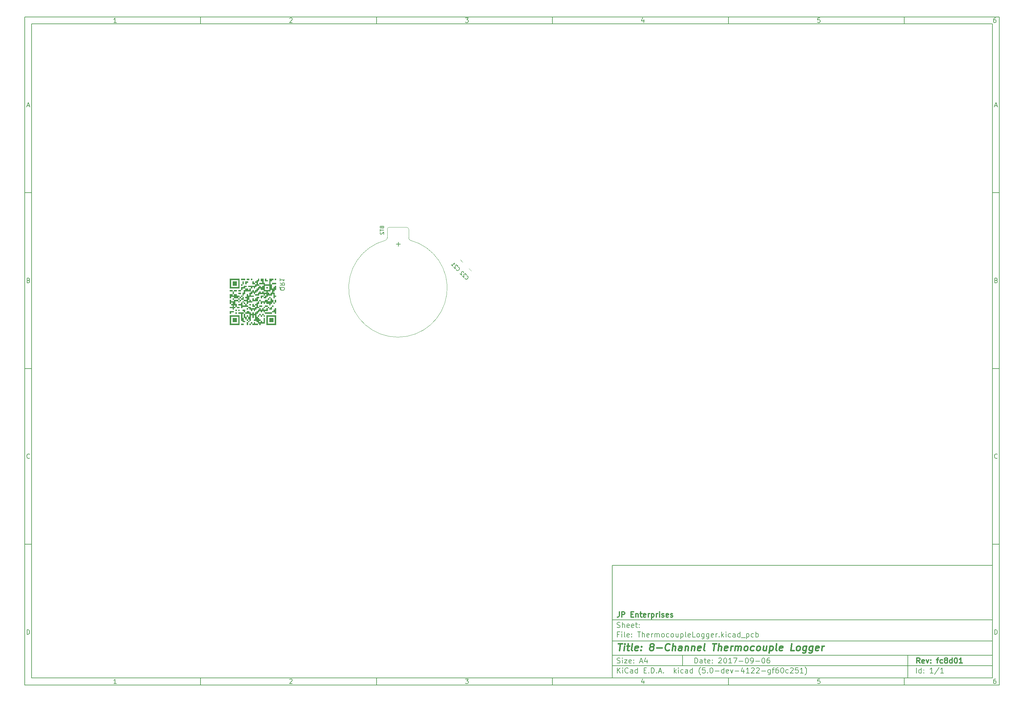
<source format=gbo>
%TF.GenerationSoftware,KiCad,Pcbnew,(5.0-dev-4122-gf60c251)*%
%TF.CreationDate,2018-08-13T09:47:59+01:00*%
%TF.ProjectId,ThermocoupleLogger,546865726D6F636F75706C654C6F6767,fc8d01*%
%TF.SameCoordinates,Original*%
%TF.FileFunction,Legend,Bot*%
%TF.FilePolarity,Positive*%
%FSLAX46Y46*%
G04 Gerber Fmt 4.6, Leading zero omitted, Abs format (unit mm)*
G04 Created by KiCad (PCBNEW (5.0-dev-4122-gf60c251)) date Monday, 13 August 2018 at 09:47:59*
%MOMM*%
%LPD*%
G01*
G04 APERTURE LIST*
%ADD10C,0.100000*%
%ADD11C,0.150000*%
%ADD12C,0.300000*%
%ADD13C,0.400000*%
%ADD14C,0.120000*%
%ADD15C,1.598400*%
%ADD16O,2.698400X1.298400*%
%ADD17O,1.298400X2.698400*%
%ADD18O,1.106400X2.314400*%
%ADD19C,1.898400*%
%ADD20C,0.698400*%
%ADD21C,5.298400*%
%ADD22R,1.648400X1.648400*%
%ADD23C,1.648400*%
%ADD24C,1.698400*%
%ADD25R,1.698400X1.698400*%
%ADD26C,0.398400*%
%ADD27C,2.398400*%
%ADD28O,1.598400X1.598400*%
%ADD29R,1.598400X1.598400*%
%ADD30R,2.898400X2.898400*%
%ADD31C,2.898400*%
%ADD32C,0.898400*%
G04 APERTURE END LIST*
D10*
D11*
X177002200Y-166007200D02*
X177002200Y-198007200D01*
X285002200Y-198007200D01*
X285002200Y-166007200D01*
X177002200Y-166007200D01*
D10*
D11*
X10000000Y-10000000D02*
X10000000Y-200007200D01*
X287002200Y-200007200D01*
X287002200Y-10000000D01*
X10000000Y-10000000D01*
D10*
D11*
X12000000Y-12000000D02*
X12000000Y-198007200D01*
X285002200Y-198007200D01*
X285002200Y-12000000D01*
X12000000Y-12000000D01*
D10*
D11*
X60000000Y-12000000D02*
X60000000Y-10000000D01*
D10*
D11*
X110000000Y-12000000D02*
X110000000Y-10000000D01*
D10*
D11*
X160000000Y-12000000D02*
X160000000Y-10000000D01*
D10*
D11*
X210000000Y-12000000D02*
X210000000Y-10000000D01*
D10*
D11*
X260000000Y-12000000D02*
X260000000Y-10000000D01*
D10*
D11*
X36065476Y-11588095D02*
X35322619Y-11588095D01*
X35694047Y-11588095D02*
X35694047Y-10288095D01*
X35570238Y-10473809D01*
X35446428Y-10597619D01*
X35322619Y-10659523D01*
D10*
D11*
X85322619Y-10411904D02*
X85384523Y-10350000D01*
X85508333Y-10288095D01*
X85817857Y-10288095D01*
X85941666Y-10350000D01*
X86003571Y-10411904D01*
X86065476Y-10535714D01*
X86065476Y-10659523D01*
X86003571Y-10845238D01*
X85260714Y-11588095D01*
X86065476Y-11588095D01*
D10*
D11*
X135260714Y-10288095D02*
X136065476Y-10288095D01*
X135632142Y-10783333D01*
X135817857Y-10783333D01*
X135941666Y-10845238D01*
X136003571Y-10907142D01*
X136065476Y-11030952D01*
X136065476Y-11340476D01*
X136003571Y-11464285D01*
X135941666Y-11526190D01*
X135817857Y-11588095D01*
X135446428Y-11588095D01*
X135322619Y-11526190D01*
X135260714Y-11464285D01*
D10*
D11*
X185941666Y-10721428D02*
X185941666Y-11588095D01*
X185632142Y-10226190D02*
X185322619Y-11154761D01*
X186127380Y-11154761D01*
D10*
D11*
X236003571Y-10288095D02*
X235384523Y-10288095D01*
X235322619Y-10907142D01*
X235384523Y-10845238D01*
X235508333Y-10783333D01*
X235817857Y-10783333D01*
X235941666Y-10845238D01*
X236003571Y-10907142D01*
X236065476Y-11030952D01*
X236065476Y-11340476D01*
X236003571Y-11464285D01*
X235941666Y-11526190D01*
X235817857Y-11588095D01*
X235508333Y-11588095D01*
X235384523Y-11526190D01*
X235322619Y-11464285D01*
D10*
D11*
X285941666Y-10288095D02*
X285694047Y-10288095D01*
X285570238Y-10350000D01*
X285508333Y-10411904D01*
X285384523Y-10597619D01*
X285322619Y-10845238D01*
X285322619Y-11340476D01*
X285384523Y-11464285D01*
X285446428Y-11526190D01*
X285570238Y-11588095D01*
X285817857Y-11588095D01*
X285941666Y-11526190D01*
X286003571Y-11464285D01*
X286065476Y-11340476D01*
X286065476Y-11030952D01*
X286003571Y-10907142D01*
X285941666Y-10845238D01*
X285817857Y-10783333D01*
X285570238Y-10783333D01*
X285446428Y-10845238D01*
X285384523Y-10907142D01*
X285322619Y-11030952D01*
D10*
D11*
X60000000Y-198007200D02*
X60000000Y-200007200D01*
D10*
D11*
X110000000Y-198007200D02*
X110000000Y-200007200D01*
D10*
D11*
X160000000Y-198007200D02*
X160000000Y-200007200D01*
D10*
D11*
X210000000Y-198007200D02*
X210000000Y-200007200D01*
D10*
D11*
X260000000Y-198007200D02*
X260000000Y-200007200D01*
D10*
D11*
X36065476Y-199595295D02*
X35322619Y-199595295D01*
X35694047Y-199595295D02*
X35694047Y-198295295D01*
X35570238Y-198481009D01*
X35446428Y-198604819D01*
X35322619Y-198666723D01*
D10*
D11*
X85322619Y-198419104D02*
X85384523Y-198357200D01*
X85508333Y-198295295D01*
X85817857Y-198295295D01*
X85941666Y-198357200D01*
X86003571Y-198419104D01*
X86065476Y-198542914D01*
X86065476Y-198666723D01*
X86003571Y-198852438D01*
X85260714Y-199595295D01*
X86065476Y-199595295D01*
D10*
D11*
X135260714Y-198295295D02*
X136065476Y-198295295D01*
X135632142Y-198790533D01*
X135817857Y-198790533D01*
X135941666Y-198852438D01*
X136003571Y-198914342D01*
X136065476Y-199038152D01*
X136065476Y-199347676D01*
X136003571Y-199471485D01*
X135941666Y-199533390D01*
X135817857Y-199595295D01*
X135446428Y-199595295D01*
X135322619Y-199533390D01*
X135260714Y-199471485D01*
D10*
D11*
X185941666Y-198728628D02*
X185941666Y-199595295D01*
X185632142Y-198233390D02*
X185322619Y-199161961D01*
X186127380Y-199161961D01*
D10*
D11*
X236003571Y-198295295D02*
X235384523Y-198295295D01*
X235322619Y-198914342D01*
X235384523Y-198852438D01*
X235508333Y-198790533D01*
X235817857Y-198790533D01*
X235941666Y-198852438D01*
X236003571Y-198914342D01*
X236065476Y-199038152D01*
X236065476Y-199347676D01*
X236003571Y-199471485D01*
X235941666Y-199533390D01*
X235817857Y-199595295D01*
X235508333Y-199595295D01*
X235384523Y-199533390D01*
X235322619Y-199471485D01*
D10*
D11*
X285941666Y-198295295D02*
X285694047Y-198295295D01*
X285570238Y-198357200D01*
X285508333Y-198419104D01*
X285384523Y-198604819D01*
X285322619Y-198852438D01*
X285322619Y-199347676D01*
X285384523Y-199471485D01*
X285446428Y-199533390D01*
X285570238Y-199595295D01*
X285817857Y-199595295D01*
X285941666Y-199533390D01*
X286003571Y-199471485D01*
X286065476Y-199347676D01*
X286065476Y-199038152D01*
X286003571Y-198914342D01*
X285941666Y-198852438D01*
X285817857Y-198790533D01*
X285570238Y-198790533D01*
X285446428Y-198852438D01*
X285384523Y-198914342D01*
X285322619Y-199038152D01*
D10*
D11*
X10000000Y-60000000D02*
X12000000Y-60000000D01*
D10*
D11*
X10000000Y-110000000D02*
X12000000Y-110000000D01*
D10*
D11*
X10000000Y-160000000D02*
X12000000Y-160000000D01*
D10*
D11*
X10690476Y-35216666D02*
X11309523Y-35216666D01*
X10566666Y-35588095D02*
X11000000Y-34288095D01*
X11433333Y-35588095D01*
D10*
D11*
X11092857Y-84907142D02*
X11278571Y-84969047D01*
X11340476Y-85030952D01*
X11402380Y-85154761D01*
X11402380Y-85340476D01*
X11340476Y-85464285D01*
X11278571Y-85526190D01*
X11154761Y-85588095D01*
X10659523Y-85588095D01*
X10659523Y-84288095D01*
X11092857Y-84288095D01*
X11216666Y-84350000D01*
X11278571Y-84411904D01*
X11340476Y-84535714D01*
X11340476Y-84659523D01*
X11278571Y-84783333D01*
X11216666Y-84845238D01*
X11092857Y-84907142D01*
X10659523Y-84907142D01*
D10*
D11*
X11402380Y-135464285D02*
X11340476Y-135526190D01*
X11154761Y-135588095D01*
X11030952Y-135588095D01*
X10845238Y-135526190D01*
X10721428Y-135402380D01*
X10659523Y-135278571D01*
X10597619Y-135030952D01*
X10597619Y-134845238D01*
X10659523Y-134597619D01*
X10721428Y-134473809D01*
X10845238Y-134350000D01*
X11030952Y-134288095D01*
X11154761Y-134288095D01*
X11340476Y-134350000D01*
X11402380Y-134411904D01*
D10*
D11*
X10659523Y-185588095D02*
X10659523Y-184288095D01*
X10969047Y-184288095D01*
X11154761Y-184350000D01*
X11278571Y-184473809D01*
X11340476Y-184597619D01*
X11402380Y-184845238D01*
X11402380Y-185030952D01*
X11340476Y-185278571D01*
X11278571Y-185402380D01*
X11154761Y-185526190D01*
X10969047Y-185588095D01*
X10659523Y-185588095D01*
D10*
D11*
X287002200Y-60000000D02*
X285002200Y-60000000D01*
D10*
D11*
X287002200Y-110000000D02*
X285002200Y-110000000D01*
D10*
D11*
X287002200Y-160000000D02*
X285002200Y-160000000D01*
D10*
D11*
X285692676Y-35216666D02*
X286311723Y-35216666D01*
X285568866Y-35588095D02*
X286002200Y-34288095D01*
X286435533Y-35588095D01*
D10*
D11*
X286095057Y-84907142D02*
X286280771Y-84969047D01*
X286342676Y-85030952D01*
X286404580Y-85154761D01*
X286404580Y-85340476D01*
X286342676Y-85464285D01*
X286280771Y-85526190D01*
X286156961Y-85588095D01*
X285661723Y-85588095D01*
X285661723Y-84288095D01*
X286095057Y-84288095D01*
X286218866Y-84350000D01*
X286280771Y-84411904D01*
X286342676Y-84535714D01*
X286342676Y-84659523D01*
X286280771Y-84783333D01*
X286218866Y-84845238D01*
X286095057Y-84907142D01*
X285661723Y-84907142D01*
D10*
D11*
X286404580Y-135464285D02*
X286342676Y-135526190D01*
X286156961Y-135588095D01*
X286033152Y-135588095D01*
X285847438Y-135526190D01*
X285723628Y-135402380D01*
X285661723Y-135278571D01*
X285599819Y-135030952D01*
X285599819Y-134845238D01*
X285661723Y-134597619D01*
X285723628Y-134473809D01*
X285847438Y-134350000D01*
X286033152Y-134288095D01*
X286156961Y-134288095D01*
X286342676Y-134350000D01*
X286404580Y-134411904D01*
D10*
D11*
X285661723Y-185588095D02*
X285661723Y-184288095D01*
X285971247Y-184288095D01*
X286156961Y-184350000D01*
X286280771Y-184473809D01*
X286342676Y-184597619D01*
X286404580Y-184845238D01*
X286404580Y-185030952D01*
X286342676Y-185278571D01*
X286280771Y-185402380D01*
X286156961Y-185526190D01*
X285971247Y-185588095D01*
X285661723Y-185588095D01*
D10*
D11*
X200434342Y-193785771D02*
X200434342Y-192285771D01*
X200791485Y-192285771D01*
X201005771Y-192357200D01*
X201148628Y-192500057D01*
X201220057Y-192642914D01*
X201291485Y-192928628D01*
X201291485Y-193142914D01*
X201220057Y-193428628D01*
X201148628Y-193571485D01*
X201005771Y-193714342D01*
X200791485Y-193785771D01*
X200434342Y-193785771D01*
X202577200Y-193785771D02*
X202577200Y-193000057D01*
X202505771Y-192857200D01*
X202362914Y-192785771D01*
X202077200Y-192785771D01*
X201934342Y-192857200D01*
X202577200Y-193714342D02*
X202434342Y-193785771D01*
X202077200Y-193785771D01*
X201934342Y-193714342D01*
X201862914Y-193571485D01*
X201862914Y-193428628D01*
X201934342Y-193285771D01*
X202077200Y-193214342D01*
X202434342Y-193214342D01*
X202577200Y-193142914D01*
X203077200Y-192785771D02*
X203648628Y-192785771D01*
X203291485Y-192285771D02*
X203291485Y-193571485D01*
X203362914Y-193714342D01*
X203505771Y-193785771D01*
X203648628Y-193785771D01*
X204720057Y-193714342D02*
X204577200Y-193785771D01*
X204291485Y-193785771D01*
X204148628Y-193714342D01*
X204077200Y-193571485D01*
X204077200Y-193000057D01*
X204148628Y-192857200D01*
X204291485Y-192785771D01*
X204577200Y-192785771D01*
X204720057Y-192857200D01*
X204791485Y-193000057D01*
X204791485Y-193142914D01*
X204077200Y-193285771D01*
X205434342Y-193642914D02*
X205505771Y-193714342D01*
X205434342Y-193785771D01*
X205362914Y-193714342D01*
X205434342Y-193642914D01*
X205434342Y-193785771D01*
X205434342Y-192857200D02*
X205505771Y-192928628D01*
X205434342Y-193000057D01*
X205362914Y-192928628D01*
X205434342Y-192857200D01*
X205434342Y-193000057D01*
X207220057Y-192428628D02*
X207291485Y-192357200D01*
X207434342Y-192285771D01*
X207791485Y-192285771D01*
X207934342Y-192357200D01*
X208005771Y-192428628D01*
X208077200Y-192571485D01*
X208077200Y-192714342D01*
X208005771Y-192928628D01*
X207148628Y-193785771D01*
X208077200Y-193785771D01*
X209005771Y-192285771D02*
X209148628Y-192285771D01*
X209291485Y-192357200D01*
X209362914Y-192428628D01*
X209434342Y-192571485D01*
X209505771Y-192857200D01*
X209505771Y-193214342D01*
X209434342Y-193500057D01*
X209362914Y-193642914D01*
X209291485Y-193714342D01*
X209148628Y-193785771D01*
X209005771Y-193785771D01*
X208862914Y-193714342D01*
X208791485Y-193642914D01*
X208720057Y-193500057D01*
X208648628Y-193214342D01*
X208648628Y-192857200D01*
X208720057Y-192571485D01*
X208791485Y-192428628D01*
X208862914Y-192357200D01*
X209005771Y-192285771D01*
X210934342Y-193785771D02*
X210077200Y-193785771D01*
X210505771Y-193785771D02*
X210505771Y-192285771D01*
X210362914Y-192500057D01*
X210220057Y-192642914D01*
X210077200Y-192714342D01*
X211434342Y-192285771D02*
X212434342Y-192285771D01*
X211791485Y-193785771D01*
X213005771Y-193214342D02*
X214148628Y-193214342D01*
X215148628Y-192285771D02*
X215291485Y-192285771D01*
X215434342Y-192357200D01*
X215505771Y-192428628D01*
X215577200Y-192571485D01*
X215648628Y-192857200D01*
X215648628Y-193214342D01*
X215577200Y-193500057D01*
X215505771Y-193642914D01*
X215434342Y-193714342D01*
X215291485Y-193785771D01*
X215148628Y-193785771D01*
X215005771Y-193714342D01*
X214934342Y-193642914D01*
X214862914Y-193500057D01*
X214791485Y-193214342D01*
X214791485Y-192857200D01*
X214862914Y-192571485D01*
X214934342Y-192428628D01*
X215005771Y-192357200D01*
X215148628Y-192285771D01*
X216362914Y-193785771D02*
X216648628Y-193785771D01*
X216791485Y-193714342D01*
X216862914Y-193642914D01*
X217005771Y-193428628D01*
X217077200Y-193142914D01*
X217077200Y-192571485D01*
X217005771Y-192428628D01*
X216934342Y-192357200D01*
X216791485Y-192285771D01*
X216505771Y-192285771D01*
X216362914Y-192357200D01*
X216291485Y-192428628D01*
X216220057Y-192571485D01*
X216220057Y-192928628D01*
X216291485Y-193071485D01*
X216362914Y-193142914D01*
X216505771Y-193214342D01*
X216791485Y-193214342D01*
X216934342Y-193142914D01*
X217005771Y-193071485D01*
X217077200Y-192928628D01*
X217720057Y-193214342D02*
X218862914Y-193214342D01*
X219862914Y-192285771D02*
X220005771Y-192285771D01*
X220148628Y-192357200D01*
X220220057Y-192428628D01*
X220291485Y-192571485D01*
X220362914Y-192857200D01*
X220362914Y-193214342D01*
X220291485Y-193500057D01*
X220220057Y-193642914D01*
X220148628Y-193714342D01*
X220005771Y-193785771D01*
X219862914Y-193785771D01*
X219720057Y-193714342D01*
X219648628Y-193642914D01*
X219577200Y-193500057D01*
X219505771Y-193214342D01*
X219505771Y-192857200D01*
X219577200Y-192571485D01*
X219648628Y-192428628D01*
X219720057Y-192357200D01*
X219862914Y-192285771D01*
X221648628Y-192285771D02*
X221362914Y-192285771D01*
X221220057Y-192357200D01*
X221148628Y-192428628D01*
X221005771Y-192642914D01*
X220934342Y-192928628D01*
X220934342Y-193500057D01*
X221005771Y-193642914D01*
X221077200Y-193714342D01*
X221220057Y-193785771D01*
X221505771Y-193785771D01*
X221648628Y-193714342D01*
X221720057Y-193642914D01*
X221791485Y-193500057D01*
X221791485Y-193142914D01*
X221720057Y-193000057D01*
X221648628Y-192928628D01*
X221505771Y-192857200D01*
X221220057Y-192857200D01*
X221077200Y-192928628D01*
X221005771Y-193000057D01*
X220934342Y-193142914D01*
D10*
D11*
X177002200Y-194507200D02*
X285002200Y-194507200D01*
D10*
D11*
X178434342Y-196585771D02*
X178434342Y-195085771D01*
X179291485Y-196585771D02*
X178648628Y-195728628D01*
X179291485Y-195085771D02*
X178434342Y-195942914D01*
X179934342Y-196585771D02*
X179934342Y-195585771D01*
X179934342Y-195085771D02*
X179862914Y-195157200D01*
X179934342Y-195228628D01*
X180005771Y-195157200D01*
X179934342Y-195085771D01*
X179934342Y-195228628D01*
X181505771Y-196442914D02*
X181434342Y-196514342D01*
X181220057Y-196585771D01*
X181077200Y-196585771D01*
X180862914Y-196514342D01*
X180720057Y-196371485D01*
X180648628Y-196228628D01*
X180577200Y-195942914D01*
X180577200Y-195728628D01*
X180648628Y-195442914D01*
X180720057Y-195300057D01*
X180862914Y-195157200D01*
X181077200Y-195085771D01*
X181220057Y-195085771D01*
X181434342Y-195157200D01*
X181505771Y-195228628D01*
X182791485Y-196585771D02*
X182791485Y-195800057D01*
X182720057Y-195657200D01*
X182577200Y-195585771D01*
X182291485Y-195585771D01*
X182148628Y-195657200D01*
X182791485Y-196514342D02*
X182648628Y-196585771D01*
X182291485Y-196585771D01*
X182148628Y-196514342D01*
X182077200Y-196371485D01*
X182077200Y-196228628D01*
X182148628Y-196085771D01*
X182291485Y-196014342D01*
X182648628Y-196014342D01*
X182791485Y-195942914D01*
X184148628Y-196585771D02*
X184148628Y-195085771D01*
X184148628Y-196514342D02*
X184005771Y-196585771D01*
X183720057Y-196585771D01*
X183577200Y-196514342D01*
X183505771Y-196442914D01*
X183434342Y-196300057D01*
X183434342Y-195871485D01*
X183505771Y-195728628D01*
X183577200Y-195657200D01*
X183720057Y-195585771D01*
X184005771Y-195585771D01*
X184148628Y-195657200D01*
X186005771Y-195800057D02*
X186505771Y-195800057D01*
X186720057Y-196585771D02*
X186005771Y-196585771D01*
X186005771Y-195085771D01*
X186720057Y-195085771D01*
X187362914Y-196442914D02*
X187434342Y-196514342D01*
X187362914Y-196585771D01*
X187291485Y-196514342D01*
X187362914Y-196442914D01*
X187362914Y-196585771D01*
X188077200Y-196585771D02*
X188077200Y-195085771D01*
X188434342Y-195085771D01*
X188648628Y-195157200D01*
X188791485Y-195300057D01*
X188862914Y-195442914D01*
X188934342Y-195728628D01*
X188934342Y-195942914D01*
X188862914Y-196228628D01*
X188791485Y-196371485D01*
X188648628Y-196514342D01*
X188434342Y-196585771D01*
X188077200Y-196585771D01*
X189577200Y-196442914D02*
X189648628Y-196514342D01*
X189577200Y-196585771D01*
X189505771Y-196514342D01*
X189577200Y-196442914D01*
X189577200Y-196585771D01*
X190220057Y-196157200D02*
X190934342Y-196157200D01*
X190077200Y-196585771D02*
X190577200Y-195085771D01*
X191077200Y-196585771D01*
X191577200Y-196442914D02*
X191648628Y-196514342D01*
X191577200Y-196585771D01*
X191505771Y-196514342D01*
X191577200Y-196442914D01*
X191577200Y-196585771D01*
X194577200Y-196585771D02*
X194577200Y-195085771D01*
X194720057Y-196014342D02*
X195148628Y-196585771D01*
X195148628Y-195585771D02*
X194577200Y-196157200D01*
X195791485Y-196585771D02*
X195791485Y-195585771D01*
X195791485Y-195085771D02*
X195720057Y-195157200D01*
X195791485Y-195228628D01*
X195862914Y-195157200D01*
X195791485Y-195085771D01*
X195791485Y-195228628D01*
X197148628Y-196514342D02*
X197005771Y-196585771D01*
X196720057Y-196585771D01*
X196577200Y-196514342D01*
X196505771Y-196442914D01*
X196434342Y-196300057D01*
X196434342Y-195871485D01*
X196505771Y-195728628D01*
X196577200Y-195657200D01*
X196720057Y-195585771D01*
X197005771Y-195585771D01*
X197148628Y-195657200D01*
X198434342Y-196585771D02*
X198434342Y-195800057D01*
X198362914Y-195657200D01*
X198220057Y-195585771D01*
X197934342Y-195585771D01*
X197791485Y-195657200D01*
X198434342Y-196514342D02*
X198291485Y-196585771D01*
X197934342Y-196585771D01*
X197791485Y-196514342D01*
X197720057Y-196371485D01*
X197720057Y-196228628D01*
X197791485Y-196085771D01*
X197934342Y-196014342D01*
X198291485Y-196014342D01*
X198434342Y-195942914D01*
X199791485Y-196585771D02*
X199791485Y-195085771D01*
X199791485Y-196514342D02*
X199648628Y-196585771D01*
X199362914Y-196585771D01*
X199220057Y-196514342D01*
X199148628Y-196442914D01*
X199077200Y-196300057D01*
X199077200Y-195871485D01*
X199148628Y-195728628D01*
X199220057Y-195657200D01*
X199362914Y-195585771D01*
X199648628Y-195585771D01*
X199791485Y-195657200D01*
X202077200Y-197157200D02*
X202005771Y-197085771D01*
X201862914Y-196871485D01*
X201791485Y-196728628D01*
X201720057Y-196514342D01*
X201648628Y-196157200D01*
X201648628Y-195871485D01*
X201720057Y-195514342D01*
X201791485Y-195300057D01*
X201862914Y-195157200D01*
X202005771Y-194942914D01*
X202077200Y-194871485D01*
X203362914Y-195085771D02*
X202648628Y-195085771D01*
X202577200Y-195800057D01*
X202648628Y-195728628D01*
X202791485Y-195657200D01*
X203148628Y-195657200D01*
X203291485Y-195728628D01*
X203362914Y-195800057D01*
X203434342Y-195942914D01*
X203434342Y-196300057D01*
X203362914Y-196442914D01*
X203291485Y-196514342D01*
X203148628Y-196585771D01*
X202791485Y-196585771D01*
X202648628Y-196514342D01*
X202577200Y-196442914D01*
X204077200Y-196442914D02*
X204148628Y-196514342D01*
X204077200Y-196585771D01*
X204005771Y-196514342D01*
X204077200Y-196442914D01*
X204077200Y-196585771D01*
X205077200Y-195085771D02*
X205220057Y-195085771D01*
X205362914Y-195157200D01*
X205434342Y-195228628D01*
X205505771Y-195371485D01*
X205577200Y-195657200D01*
X205577200Y-196014342D01*
X205505771Y-196300057D01*
X205434342Y-196442914D01*
X205362914Y-196514342D01*
X205220057Y-196585771D01*
X205077200Y-196585771D01*
X204934342Y-196514342D01*
X204862914Y-196442914D01*
X204791485Y-196300057D01*
X204720057Y-196014342D01*
X204720057Y-195657200D01*
X204791485Y-195371485D01*
X204862914Y-195228628D01*
X204934342Y-195157200D01*
X205077200Y-195085771D01*
X206220057Y-196014342D02*
X207362914Y-196014342D01*
X208720057Y-196585771D02*
X208720057Y-195085771D01*
X208720057Y-196514342D02*
X208577200Y-196585771D01*
X208291485Y-196585771D01*
X208148628Y-196514342D01*
X208077200Y-196442914D01*
X208005771Y-196300057D01*
X208005771Y-195871485D01*
X208077200Y-195728628D01*
X208148628Y-195657200D01*
X208291485Y-195585771D01*
X208577200Y-195585771D01*
X208720057Y-195657200D01*
X210005771Y-196514342D02*
X209862914Y-196585771D01*
X209577200Y-196585771D01*
X209434342Y-196514342D01*
X209362914Y-196371485D01*
X209362914Y-195800057D01*
X209434342Y-195657200D01*
X209577200Y-195585771D01*
X209862914Y-195585771D01*
X210005771Y-195657200D01*
X210077200Y-195800057D01*
X210077200Y-195942914D01*
X209362914Y-196085771D01*
X210577200Y-195585771D02*
X210934342Y-196585771D01*
X211291485Y-195585771D01*
X211862914Y-196014342D02*
X213005771Y-196014342D01*
X214362914Y-195585771D02*
X214362914Y-196585771D01*
X214005771Y-195014342D02*
X213648628Y-196085771D01*
X214577200Y-196085771D01*
X215934342Y-196585771D02*
X215077200Y-196585771D01*
X215505771Y-196585771D02*
X215505771Y-195085771D01*
X215362914Y-195300057D01*
X215220057Y-195442914D01*
X215077200Y-195514342D01*
X216505771Y-195228628D02*
X216577200Y-195157200D01*
X216720057Y-195085771D01*
X217077200Y-195085771D01*
X217220057Y-195157200D01*
X217291485Y-195228628D01*
X217362914Y-195371485D01*
X217362914Y-195514342D01*
X217291485Y-195728628D01*
X216434342Y-196585771D01*
X217362914Y-196585771D01*
X217934342Y-195228628D02*
X218005771Y-195157200D01*
X218148628Y-195085771D01*
X218505771Y-195085771D01*
X218648628Y-195157200D01*
X218720057Y-195228628D01*
X218791485Y-195371485D01*
X218791485Y-195514342D01*
X218720057Y-195728628D01*
X217862914Y-196585771D01*
X218791485Y-196585771D01*
X219434342Y-196014342D02*
X220577200Y-196014342D01*
X221934342Y-195585771D02*
X221934342Y-196800057D01*
X221862914Y-196942914D01*
X221791485Y-197014342D01*
X221648628Y-197085771D01*
X221434342Y-197085771D01*
X221291485Y-197014342D01*
X221934342Y-196514342D02*
X221791485Y-196585771D01*
X221505771Y-196585771D01*
X221362914Y-196514342D01*
X221291485Y-196442914D01*
X221220057Y-196300057D01*
X221220057Y-195871485D01*
X221291485Y-195728628D01*
X221362914Y-195657200D01*
X221505771Y-195585771D01*
X221791485Y-195585771D01*
X221934342Y-195657200D01*
X222434342Y-195585771D02*
X223005771Y-195585771D01*
X222648628Y-196585771D02*
X222648628Y-195300057D01*
X222720057Y-195157200D01*
X222862914Y-195085771D01*
X223005771Y-195085771D01*
X224148628Y-195085771D02*
X223862914Y-195085771D01*
X223720057Y-195157200D01*
X223648628Y-195228628D01*
X223505771Y-195442914D01*
X223434342Y-195728628D01*
X223434342Y-196300057D01*
X223505771Y-196442914D01*
X223577200Y-196514342D01*
X223720057Y-196585771D01*
X224005771Y-196585771D01*
X224148628Y-196514342D01*
X224220057Y-196442914D01*
X224291485Y-196300057D01*
X224291485Y-195942914D01*
X224220057Y-195800057D01*
X224148628Y-195728628D01*
X224005771Y-195657200D01*
X223720057Y-195657200D01*
X223577200Y-195728628D01*
X223505771Y-195800057D01*
X223434342Y-195942914D01*
X225220057Y-195085771D02*
X225362914Y-195085771D01*
X225505771Y-195157200D01*
X225577200Y-195228628D01*
X225648628Y-195371485D01*
X225720057Y-195657200D01*
X225720057Y-196014342D01*
X225648628Y-196300057D01*
X225577200Y-196442914D01*
X225505771Y-196514342D01*
X225362914Y-196585771D01*
X225220057Y-196585771D01*
X225077200Y-196514342D01*
X225005771Y-196442914D01*
X224934342Y-196300057D01*
X224862914Y-196014342D01*
X224862914Y-195657200D01*
X224934342Y-195371485D01*
X225005771Y-195228628D01*
X225077200Y-195157200D01*
X225220057Y-195085771D01*
X227005771Y-196514342D02*
X226862914Y-196585771D01*
X226577200Y-196585771D01*
X226434342Y-196514342D01*
X226362914Y-196442914D01*
X226291485Y-196300057D01*
X226291485Y-195871485D01*
X226362914Y-195728628D01*
X226434342Y-195657200D01*
X226577200Y-195585771D01*
X226862914Y-195585771D01*
X227005771Y-195657200D01*
X227577199Y-195228628D02*
X227648628Y-195157200D01*
X227791485Y-195085771D01*
X228148628Y-195085771D01*
X228291485Y-195157200D01*
X228362914Y-195228628D01*
X228434342Y-195371485D01*
X228434342Y-195514342D01*
X228362914Y-195728628D01*
X227505771Y-196585771D01*
X228434342Y-196585771D01*
X229791485Y-195085771D02*
X229077199Y-195085771D01*
X229005771Y-195800057D01*
X229077199Y-195728628D01*
X229220057Y-195657200D01*
X229577199Y-195657200D01*
X229720057Y-195728628D01*
X229791485Y-195800057D01*
X229862914Y-195942914D01*
X229862914Y-196300057D01*
X229791485Y-196442914D01*
X229720057Y-196514342D01*
X229577199Y-196585771D01*
X229220057Y-196585771D01*
X229077199Y-196514342D01*
X229005771Y-196442914D01*
X231291485Y-196585771D02*
X230434342Y-196585771D01*
X230862914Y-196585771D02*
X230862914Y-195085771D01*
X230720057Y-195300057D01*
X230577199Y-195442914D01*
X230434342Y-195514342D01*
X231791485Y-197157200D02*
X231862914Y-197085771D01*
X232005771Y-196871485D01*
X232077199Y-196728628D01*
X232148628Y-196514342D01*
X232220057Y-196157200D01*
X232220057Y-195871485D01*
X232148628Y-195514342D01*
X232077199Y-195300057D01*
X232005771Y-195157200D01*
X231862914Y-194942914D01*
X231791485Y-194871485D01*
D10*
D11*
X177002200Y-191507200D02*
X285002200Y-191507200D01*
D10*
D12*
X264411485Y-193785771D02*
X263911485Y-193071485D01*
X263554342Y-193785771D02*
X263554342Y-192285771D01*
X264125771Y-192285771D01*
X264268628Y-192357200D01*
X264340057Y-192428628D01*
X264411485Y-192571485D01*
X264411485Y-192785771D01*
X264340057Y-192928628D01*
X264268628Y-193000057D01*
X264125771Y-193071485D01*
X263554342Y-193071485D01*
X265625771Y-193714342D02*
X265482914Y-193785771D01*
X265197200Y-193785771D01*
X265054342Y-193714342D01*
X264982914Y-193571485D01*
X264982914Y-193000057D01*
X265054342Y-192857200D01*
X265197200Y-192785771D01*
X265482914Y-192785771D01*
X265625771Y-192857200D01*
X265697200Y-193000057D01*
X265697200Y-193142914D01*
X264982914Y-193285771D01*
X266197200Y-192785771D02*
X266554342Y-193785771D01*
X266911485Y-192785771D01*
X267482914Y-193642914D02*
X267554342Y-193714342D01*
X267482914Y-193785771D01*
X267411485Y-193714342D01*
X267482914Y-193642914D01*
X267482914Y-193785771D01*
X267482914Y-192857200D02*
X267554342Y-192928628D01*
X267482914Y-193000057D01*
X267411485Y-192928628D01*
X267482914Y-192857200D01*
X267482914Y-193000057D01*
X269125771Y-192785771D02*
X269697200Y-192785771D01*
X269340057Y-193785771D02*
X269340057Y-192500057D01*
X269411485Y-192357200D01*
X269554342Y-192285771D01*
X269697200Y-192285771D01*
X270840057Y-193714342D02*
X270697200Y-193785771D01*
X270411485Y-193785771D01*
X270268628Y-193714342D01*
X270197200Y-193642914D01*
X270125771Y-193500057D01*
X270125771Y-193071485D01*
X270197200Y-192928628D01*
X270268628Y-192857200D01*
X270411485Y-192785771D01*
X270697200Y-192785771D01*
X270840057Y-192857200D01*
X271697200Y-192928628D02*
X271554342Y-192857200D01*
X271482914Y-192785771D01*
X271411485Y-192642914D01*
X271411485Y-192571485D01*
X271482914Y-192428628D01*
X271554342Y-192357200D01*
X271697200Y-192285771D01*
X271982914Y-192285771D01*
X272125771Y-192357200D01*
X272197200Y-192428628D01*
X272268628Y-192571485D01*
X272268628Y-192642914D01*
X272197200Y-192785771D01*
X272125771Y-192857200D01*
X271982914Y-192928628D01*
X271697200Y-192928628D01*
X271554342Y-193000057D01*
X271482914Y-193071485D01*
X271411485Y-193214342D01*
X271411485Y-193500057D01*
X271482914Y-193642914D01*
X271554342Y-193714342D01*
X271697200Y-193785771D01*
X271982914Y-193785771D01*
X272125771Y-193714342D01*
X272197200Y-193642914D01*
X272268628Y-193500057D01*
X272268628Y-193214342D01*
X272197200Y-193071485D01*
X272125771Y-193000057D01*
X271982914Y-192928628D01*
X273554342Y-193785771D02*
X273554342Y-192285771D01*
X273554342Y-193714342D02*
X273411485Y-193785771D01*
X273125771Y-193785771D01*
X272982914Y-193714342D01*
X272911485Y-193642914D01*
X272840057Y-193500057D01*
X272840057Y-193071485D01*
X272911485Y-192928628D01*
X272982914Y-192857200D01*
X273125771Y-192785771D01*
X273411485Y-192785771D01*
X273554342Y-192857200D01*
X274554342Y-192285771D02*
X274697200Y-192285771D01*
X274840057Y-192357200D01*
X274911485Y-192428628D01*
X274982914Y-192571485D01*
X275054342Y-192857200D01*
X275054342Y-193214342D01*
X274982914Y-193500057D01*
X274911485Y-193642914D01*
X274840057Y-193714342D01*
X274697200Y-193785771D01*
X274554342Y-193785771D01*
X274411485Y-193714342D01*
X274340057Y-193642914D01*
X274268628Y-193500057D01*
X274197200Y-193214342D01*
X274197200Y-192857200D01*
X274268628Y-192571485D01*
X274340057Y-192428628D01*
X274411485Y-192357200D01*
X274554342Y-192285771D01*
X276482914Y-193785771D02*
X275625771Y-193785771D01*
X276054342Y-193785771D02*
X276054342Y-192285771D01*
X275911485Y-192500057D01*
X275768628Y-192642914D01*
X275625771Y-192714342D01*
D10*
D11*
X178362914Y-193714342D02*
X178577200Y-193785771D01*
X178934342Y-193785771D01*
X179077200Y-193714342D01*
X179148628Y-193642914D01*
X179220057Y-193500057D01*
X179220057Y-193357200D01*
X179148628Y-193214342D01*
X179077200Y-193142914D01*
X178934342Y-193071485D01*
X178648628Y-193000057D01*
X178505771Y-192928628D01*
X178434342Y-192857200D01*
X178362914Y-192714342D01*
X178362914Y-192571485D01*
X178434342Y-192428628D01*
X178505771Y-192357200D01*
X178648628Y-192285771D01*
X179005771Y-192285771D01*
X179220057Y-192357200D01*
X179862914Y-193785771D02*
X179862914Y-192785771D01*
X179862914Y-192285771D02*
X179791485Y-192357200D01*
X179862914Y-192428628D01*
X179934342Y-192357200D01*
X179862914Y-192285771D01*
X179862914Y-192428628D01*
X180434342Y-192785771D02*
X181220057Y-192785771D01*
X180434342Y-193785771D01*
X181220057Y-193785771D01*
X182362914Y-193714342D02*
X182220057Y-193785771D01*
X181934342Y-193785771D01*
X181791485Y-193714342D01*
X181720057Y-193571485D01*
X181720057Y-193000057D01*
X181791485Y-192857200D01*
X181934342Y-192785771D01*
X182220057Y-192785771D01*
X182362914Y-192857200D01*
X182434342Y-193000057D01*
X182434342Y-193142914D01*
X181720057Y-193285771D01*
X183077200Y-193642914D02*
X183148628Y-193714342D01*
X183077200Y-193785771D01*
X183005771Y-193714342D01*
X183077200Y-193642914D01*
X183077200Y-193785771D01*
X183077200Y-192857200D02*
X183148628Y-192928628D01*
X183077200Y-193000057D01*
X183005771Y-192928628D01*
X183077200Y-192857200D01*
X183077200Y-193000057D01*
X184862914Y-193357200D02*
X185577200Y-193357200D01*
X184720057Y-193785771D02*
X185220057Y-192285771D01*
X185720057Y-193785771D01*
X186862914Y-192785771D02*
X186862914Y-193785771D01*
X186505771Y-192214342D02*
X186148628Y-193285771D01*
X187077200Y-193285771D01*
D10*
D11*
X263434342Y-196585771D02*
X263434342Y-195085771D01*
X264791485Y-196585771D02*
X264791485Y-195085771D01*
X264791485Y-196514342D02*
X264648628Y-196585771D01*
X264362914Y-196585771D01*
X264220057Y-196514342D01*
X264148628Y-196442914D01*
X264077200Y-196300057D01*
X264077200Y-195871485D01*
X264148628Y-195728628D01*
X264220057Y-195657200D01*
X264362914Y-195585771D01*
X264648628Y-195585771D01*
X264791485Y-195657200D01*
X265505771Y-196442914D02*
X265577200Y-196514342D01*
X265505771Y-196585771D01*
X265434342Y-196514342D01*
X265505771Y-196442914D01*
X265505771Y-196585771D01*
X265505771Y-195657200D02*
X265577200Y-195728628D01*
X265505771Y-195800057D01*
X265434342Y-195728628D01*
X265505771Y-195657200D01*
X265505771Y-195800057D01*
X268148628Y-196585771D02*
X267291485Y-196585771D01*
X267720057Y-196585771D02*
X267720057Y-195085771D01*
X267577200Y-195300057D01*
X267434342Y-195442914D01*
X267291485Y-195514342D01*
X269862914Y-195014342D02*
X268577200Y-196942914D01*
X271148628Y-196585771D02*
X270291485Y-196585771D01*
X270720057Y-196585771D02*
X270720057Y-195085771D01*
X270577200Y-195300057D01*
X270434342Y-195442914D01*
X270291485Y-195514342D01*
D10*
D11*
X177002200Y-187507200D02*
X285002200Y-187507200D01*
D10*
D13*
X178714580Y-188211961D02*
X179857438Y-188211961D01*
X179036009Y-190211961D02*
X179286009Y-188211961D01*
X180274104Y-190211961D02*
X180440771Y-188878628D01*
X180524104Y-188211961D02*
X180416961Y-188307200D01*
X180500295Y-188402438D01*
X180607438Y-188307200D01*
X180524104Y-188211961D01*
X180500295Y-188402438D01*
X181107438Y-188878628D02*
X181869342Y-188878628D01*
X181476485Y-188211961D02*
X181262200Y-189926247D01*
X181333628Y-190116723D01*
X181512200Y-190211961D01*
X181702676Y-190211961D01*
X182655057Y-190211961D02*
X182476485Y-190116723D01*
X182405057Y-189926247D01*
X182619342Y-188211961D01*
X184190771Y-190116723D02*
X183988390Y-190211961D01*
X183607438Y-190211961D01*
X183428866Y-190116723D01*
X183357438Y-189926247D01*
X183452676Y-189164342D01*
X183571723Y-188973866D01*
X183774104Y-188878628D01*
X184155057Y-188878628D01*
X184333628Y-188973866D01*
X184405057Y-189164342D01*
X184381247Y-189354819D01*
X183405057Y-189545295D01*
X185155057Y-190021485D02*
X185238390Y-190116723D01*
X185131247Y-190211961D01*
X185047914Y-190116723D01*
X185155057Y-190021485D01*
X185131247Y-190211961D01*
X185286009Y-188973866D02*
X185369342Y-189069104D01*
X185262200Y-189164342D01*
X185178866Y-189069104D01*
X185286009Y-188973866D01*
X185262200Y-189164342D01*
X188036009Y-189069104D02*
X187857438Y-188973866D01*
X187774104Y-188878628D01*
X187702676Y-188688152D01*
X187714580Y-188592914D01*
X187833628Y-188402438D01*
X187940771Y-188307200D01*
X188143152Y-188211961D01*
X188524104Y-188211961D01*
X188702676Y-188307200D01*
X188786009Y-188402438D01*
X188857438Y-188592914D01*
X188845533Y-188688152D01*
X188726485Y-188878628D01*
X188619342Y-188973866D01*
X188416961Y-189069104D01*
X188036009Y-189069104D01*
X187833628Y-189164342D01*
X187726485Y-189259580D01*
X187607438Y-189450057D01*
X187559819Y-189831009D01*
X187631247Y-190021485D01*
X187714580Y-190116723D01*
X187893152Y-190211961D01*
X188274104Y-190211961D01*
X188476485Y-190116723D01*
X188583628Y-190021485D01*
X188702676Y-189831009D01*
X188750295Y-189450057D01*
X188678866Y-189259580D01*
X188595533Y-189164342D01*
X188416961Y-189069104D01*
X189607438Y-189450057D02*
X191131247Y-189450057D01*
X193155057Y-190021485D02*
X193047914Y-190116723D01*
X192750295Y-190211961D01*
X192559819Y-190211961D01*
X192286009Y-190116723D01*
X192119342Y-189926247D01*
X192047914Y-189735771D01*
X192000295Y-189354819D01*
X192036009Y-189069104D01*
X192178866Y-188688152D01*
X192297914Y-188497676D01*
X192512200Y-188307200D01*
X192809819Y-188211961D01*
X193000295Y-188211961D01*
X193274104Y-188307200D01*
X193357438Y-188402438D01*
X193988390Y-190211961D02*
X194238390Y-188211961D01*
X194845533Y-190211961D02*
X194976485Y-189164342D01*
X194905057Y-188973866D01*
X194726485Y-188878628D01*
X194440771Y-188878628D01*
X194238390Y-188973866D01*
X194131247Y-189069104D01*
X196655057Y-190211961D02*
X196786009Y-189164342D01*
X196714580Y-188973866D01*
X196536009Y-188878628D01*
X196155057Y-188878628D01*
X195952676Y-188973866D01*
X196666961Y-190116723D02*
X196464580Y-190211961D01*
X195988390Y-190211961D01*
X195809819Y-190116723D01*
X195738390Y-189926247D01*
X195762200Y-189735771D01*
X195881247Y-189545295D01*
X196083628Y-189450057D01*
X196559819Y-189450057D01*
X196762200Y-189354819D01*
X197774104Y-188878628D02*
X197607438Y-190211961D01*
X197750295Y-189069104D02*
X197857438Y-188973866D01*
X198059819Y-188878628D01*
X198345533Y-188878628D01*
X198524104Y-188973866D01*
X198595533Y-189164342D01*
X198464580Y-190211961D01*
X199583628Y-188878628D02*
X199416961Y-190211961D01*
X199559819Y-189069104D02*
X199666961Y-188973866D01*
X199869342Y-188878628D01*
X200155057Y-188878628D01*
X200333628Y-188973866D01*
X200405057Y-189164342D01*
X200274104Y-190211961D01*
X202000295Y-190116723D02*
X201797914Y-190211961D01*
X201416961Y-190211961D01*
X201238390Y-190116723D01*
X201166961Y-189926247D01*
X201262200Y-189164342D01*
X201381247Y-188973866D01*
X201583628Y-188878628D01*
X201964580Y-188878628D01*
X202143152Y-188973866D01*
X202214580Y-189164342D01*
X202190771Y-189354819D01*
X201214580Y-189545295D01*
X203226485Y-190211961D02*
X203047914Y-190116723D01*
X202976485Y-189926247D01*
X203190771Y-188211961D01*
X205476485Y-188211961D02*
X206619342Y-188211961D01*
X205797914Y-190211961D02*
X206047914Y-188211961D01*
X207036009Y-190211961D02*
X207286009Y-188211961D01*
X207893152Y-190211961D02*
X208024104Y-189164342D01*
X207952676Y-188973866D01*
X207774104Y-188878628D01*
X207488390Y-188878628D01*
X207286009Y-188973866D01*
X207178866Y-189069104D01*
X209619342Y-190116723D02*
X209416961Y-190211961D01*
X209036009Y-190211961D01*
X208857438Y-190116723D01*
X208786009Y-189926247D01*
X208881247Y-189164342D01*
X209000295Y-188973866D01*
X209202676Y-188878628D01*
X209583628Y-188878628D01*
X209762200Y-188973866D01*
X209833628Y-189164342D01*
X209809819Y-189354819D01*
X208833628Y-189545295D01*
X210559819Y-190211961D02*
X210726485Y-188878628D01*
X210678866Y-189259580D02*
X210797914Y-189069104D01*
X210905057Y-188973866D01*
X211107438Y-188878628D01*
X211297914Y-188878628D01*
X211797914Y-190211961D02*
X211964580Y-188878628D01*
X211940771Y-189069104D02*
X212047914Y-188973866D01*
X212250295Y-188878628D01*
X212536009Y-188878628D01*
X212714580Y-188973866D01*
X212786009Y-189164342D01*
X212655057Y-190211961D01*
X212786009Y-189164342D02*
X212905057Y-188973866D01*
X213107438Y-188878628D01*
X213393152Y-188878628D01*
X213571723Y-188973866D01*
X213643152Y-189164342D01*
X213512200Y-190211961D01*
X214750295Y-190211961D02*
X214571723Y-190116723D01*
X214488390Y-190021485D01*
X214416961Y-189831009D01*
X214488390Y-189259580D01*
X214607438Y-189069104D01*
X214714580Y-188973866D01*
X214916961Y-188878628D01*
X215202676Y-188878628D01*
X215381247Y-188973866D01*
X215464580Y-189069104D01*
X215536009Y-189259580D01*
X215464580Y-189831009D01*
X215345533Y-190021485D01*
X215238390Y-190116723D01*
X215036009Y-190211961D01*
X214750295Y-190211961D01*
X217143152Y-190116723D02*
X216940771Y-190211961D01*
X216559819Y-190211961D01*
X216381247Y-190116723D01*
X216297914Y-190021485D01*
X216226485Y-189831009D01*
X216297914Y-189259580D01*
X216416961Y-189069104D01*
X216524104Y-188973866D01*
X216726485Y-188878628D01*
X217107438Y-188878628D01*
X217286009Y-188973866D01*
X218274104Y-190211961D02*
X218095533Y-190116723D01*
X218012200Y-190021485D01*
X217940771Y-189831009D01*
X218012200Y-189259580D01*
X218131247Y-189069104D01*
X218238390Y-188973866D01*
X218440771Y-188878628D01*
X218726485Y-188878628D01*
X218905057Y-188973866D01*
X218988390Y-189069104D01*
X219059819Y-189259580D01*
X218988390Y-189831009D01*
X218869342Y-190021485D01*
X218762200Y-190116723D01*
X218559819Y-190211961D01*
X218274104Y-190211961D01*
X220821723Y-188878628D02*
X220655057Y-190211961D01*
X219964580Y-188878628D02*
X219833628Y-189926247D01*
X219905057Y-190116723D01*
X220083628Y-190211961D01*
X220369342Y-190211961D01*
X220571723Y-190116723D01*
X220678866Y-190021485D01*
X221774104Y-188878628D02*
X221524104Y-190878628D01*
X221762200Y-188973866D02*
X221964580Y-188878628D01*
X222345533Y-188878628D01*
X222524104Y-188973866D01*
X222607438Y-189069104D01*
X222678866Y-189259580D01*
X222607438Y-189831009D01*
X222488390Y-190021485D01*
X222381247Y-190116723D01*
X222178866Y-190211961D01*
X221797914Y-190211961D01*
X221619342Y-190116723D01*
X223702676Y-190211961D02*
X223524104Y-190116723D01*
X223452676Y-189926247D01*
X223666961Y-188211961D01*
X225238390Y-190116723D02*
X225036009Y-190211961D01*
X224655057Y-190211961D01*
X224476485Y-190116723D01*
X224405057Y-189926247D01*
X224500295Y-189164342D01*
X224619342Y-188973866D01*
X224821723Y-188878628D01*
X225202676Y-188878628D01*
X225381247Y-188973866D01*
X225452676Y-189164342D01*
X225428866Y-189354819D01*
X224452676Y-189545295D01*
X228655057Y-190211961D02*
X227702676Y-190211961D01*
X227952676Y-188211961D01*
X229607438Y-190211961D02*
X229428866Y-190116723D01*
X229345533Y-190021485D01*
X229274104Y-189831009D01*
X229345533Y-189259580D01*
X229464580Y-189069104D01*
X229571723Y-188973866D01*
X229774104Y-188878628D01*
X230059819Y-188878628D01*
X230238390Y-188973866D01*
X230321723Y-189069104D01*
X230393152Y-189259580D01*
X230321723Y-189831009D01*
X230202676Y-190021485D01*
X230095533Y-190116723D01*
X229893152Y-190211961D01*
X229607438Y-190211961D01*
X232155057Y-188878628D02*
X231952676Y-190497676D01*
X231833628Y-190688152D01*
X231726485Y-190783390D01*
X231524104Y-190878628D01*
X231238390Y-190878628D01*
X231059819Y-190783390D01*
X232000295Y-190116723D02*
X231797914Y-190211961D01*
X231416961Y-190211961D01*
X231238390Y-190116723D01*
X231155057Y-190021485D01*
X231083628Y-189831009D01*
X231155057Y-189259580D01*
X231274104Y-189069104D01*
X231381247Y-188973866D01*
X231583628Y-188878628D01*
X231964580Y-188878628D01*
X232143152Y-188973866D01*
X233964580Y-188878628D02*
X233762199Y-190497676D01*
X233643152Y-190688152D01*
X233536009Y-190783390D01*
X233333628Y-190878628D01*
X233047914Y-190878628D01*
X232869342Y-190783390D01*
X233809819Y-190116723D02*
X233607438Y-190211961D01*
X233226485Y-190211961D01*
X233047914Y-190116723D01*
X232964580Y-190021485D01*
X232893152Y-189831009D01*
X232964580Y-189259580D01*
X233083628Y-189069104D01*
X233190771Y-188973866D01*
X233393152Y-188878628D01*
X233774104Y-188878628D01*
X233952676Y-188973866D01*
X235524104Y-190116723D02*
X235321723Y-190211961D01*
X234940771Y-190211961D01*
X234762199Y-190116723D01*
X234690771Y-189926247D01*
X234786009Y-189164342D01*
X234905057Y-188973866D01*
X235107438Y-188878628D01*
X235488390Y-188878628D01*
X235666961Y-188973866D01*
X235738390Y-189164342D01*
X235714580Y-189354819D01*
X234738390Y-189545295D01*
X236464580Y-190211961D02*
X236631247Y-188878628D01*
X236583628Y-189259580D02*
X236702676Y-189069104D01*
X236809819Y-188973866D01*
X237012199Y-188878628D01*
X237202676Y-188878628D01*
D10*
D11*
X178934342Y-185600057D02*
X178434342Y-185600057D01*
X178434342Y-186385771D02*
X178434342Y-184885771D01*
X179148628Y-184885771D01*
X179720057Y-186385771D02*
X179720057Y-185385771D01*
X179720057Y-184885771D02*
X179648628Y-184957200D01*
X179720057Y-185028628D01*
X179791485Y-184957200D01*
X179720057Y-184885771D01*
X179720057Y-185028628D01*
X180648628Y-186385771D02*
X180505771Y-186314342D01*
X180434342Y-186171485D01*
X180434342Y-184885771D01*
X181791485Y-186314342D02*
X181648628Y-186385771D01*
X181362914Y-186385771D01*
X181220057Y-186314342D01*
X181148628Y-186171485D01*
X181148628Y-185600057D01*
X181220057Y-185457200D01*
X181362914Y-185385771D01*
X181648628Y-185385771D01*
X181791485Y-185457200D01*
X181862914Y-185600057D01*
X181862914Y-185742914D01*
X181148628Y-185885771D01*
X182505771Y-186242914D02*
X182577200Y-186314342D01*
X182505771Y-186385771D01*
X182434342Y-186314342D01*
X182505771Y-186242914D01*
X182505771Y-186385771D01*
X182505771Y-185457200D02*
X182577200Y-185528628D01*
X182505771Y-185600057D01*
X182434342Y-185528628D01*
X182505771Y-185457200D01*
X182505771Y-185600057D01*
X184148628Y-184885771D02*
X185005771Y-184885771D01*
X184577200Y-186385771D02*
X184577200Y-184885771D01*
X185505771Y-186385771D02*
X185505771Y-184885771D01*
X186148628Y-186385771D02*
X186148628Y-185600057D01*
X186077200Y-185457200D01*
X185934342Y-185385771D01*
X185720057Y-185385771D01*
X185577200Y-185457200D01*
X185505771Y-185528628D01*
X187434342Y-186314342D02*
X187291485Y-186385771D01*
X187005771Y-186385771D01*
X186862914Y-186314342D01*
X186791485Y-186171485D01*
X186791485Y-185600057D01*
X186862914Y-185457200D01*
X187005771Y-185385771D01*
X187291485Y-185385771D01*
X187434342Y-185457200D01*
X187505771Y-185600057D01*
X187505771Y-185742914D01*
X186791485Y-185885771D01*
X188148628Y-186385771D02*
X188148628Y-185385771D01*
X188148628Y-185671485D02*
X188220057Y-185528628D01*
X188291485Y-185457200D01*
X188434342Y-185385771D01*
X188577200Y-185385771D01*
X189077200Y-186385771D02*
X189077200Y-185385771D01*
X189077200Y-185528628D02*
X189148628Y-185457200D01*
X189291485Y-185385771D01*
X189505771Y-185385771D01*
X189648628Y-185457200D01*
X189720057Y-185600057D01*
X189720057Y-186385771D01*
X189720057Y-185600057D02*
X189791485Y-185457200D01*
X189934342Y-185385771D01*
X190148628Y-185385771D01*
X190291485Y-185457200D01*
X190362914Y-185600057D01*
X190362914Y-186385771D01*
X191291485Y-186385771D02*
X191148628Y-186314342D01*
X191077200Y-186242914D01*
X191005771Y-186100057D01*
X191005771Y-185671485D01*
X191077200Y-185528628D01*
X191148628Y-185457200D01*
X191291485Y-185385771D01*
X191505771Y-185385771D01*
X191648628Y-185457200D01*
X191720057Y-185528628D01*
X191791485Y-185671485D01*
X191791485Y-186100057D01*
X191720057Y-186242914D01*
X191648628Y-186314342D01*
X191505771Y-186385771D01*
X191291485Y-186385771D01*
X193077200Y-186314342D02*
X192934342Y-186385771D01*
X192648628Y-186385771D01*
X192505771Y-186314342D01*
X192434342Y-186242914D01*
X192362914Y-186100057D01*
X192362914Y-185671485D01*
X192434342Y-185528628D01*
X192505771Y-185457200D01*
X192648628Y-185385771D01*
X192934342Y-185385771D01*
X193077200Y-185457200D01*
X193934342Y-186385771D02*
X193791485Y-186314342D01*
X193720057Y-186242914D01*
X193648628Y-186100057D01*
X193648628Y-185671485D01*
X193720057Y-185528628D01*
X193791485Y-185457200D01*
X193934342Y-185385771D01*
X194148628Y-185385771D01*
X194291485Y-185457200D01*
X194362914Y-185528628D01*
X194434342Y-185671485D01*
X194434342Y-186100057D01*
X194362914Y-186242914D01*
X194291485Y-186314342D01*
X194148628Y-186385771D01*
X193934342Y-186385771D01*
X195720057Y-185385771D02*
X195720057Y-186385771D01*
X195077200Y-185385771D02*
X195077200Y-186171485D01*
X195148628Y-186314342D01*
X195291485Y-186385771D01*
X195505771Y-186385771D01*
X195648628Y-186314342D01*
X195720057Y-186242914D01*
X196434342Y-185385771D02*
X196434342Y-186885771D01*
X196434342Y-185457200D02*
X196577200Y-185385771D01*
X196862914Y-185385771D01*
X197005771Y-185457200D01*
X197077200Y-185528628D01*
X197148628Y-185671485D01*
X197148628Y-186100057D01*
X197077200Y-186242914D01*
X197005771Y-186314342D01*
X196862914Y-186385771D01*
X196577200Y-186385771D01*
X196434342Y-186314342D01*
X198005771Y-186385771D02*
X197862914Y-186314342D01*
X197791485Y-186171485D01*
X197791485Y-184885771D01*
X199148628Y-186314342D02*
X199005771Y-186385771D01*
X198720057Y-186385771D01*
X198577200Y-186314342D01*
X198505771Y-186171485D01*
X198505771Y-185600057D01*
X198577200Y-185457200D01*
X198720057Y-185385771D01*
X199005771Y-185385771D01*
X199148628Y-185457200D01*
X199220057Y-185600057D01*
X199220057Y-185742914D01*
X198505771Y-185885771D01*
X200577200Y-186385771D02*
X199862914Y-186385771D01*
X199862914Y-184885771D01*
X201291485Y-186385771D02*
X201148628Y-186314342D01*
X201077200Y-186242914D01*
X201005771Y-186100057D01*
X201005771Y-185671485D01*
X201077200Y-185528628D01*
X201148628Y-185457200D01*
X201291485Y-185385771D01*
X201505771Y-185385771D01*
X201648628Y-185457200D01*
X201720057Y-185528628D01*
X201791485Y-185671485D01*
X201791485Y-186100057D01*
X201720057Y-186242914D01*
X201648628Y-186314342D01*
X201505771Y-186385771D01*
X201291485Y-186385771D01*
X203077200Y-185385771D02*
X203077200Y-186600057D01*
X203005771Y-186742914D01*
X202934342Y-186814342D01*
X202791485Y-186885771D01*
X202577200Y-186885771D01*
X202434342Y-186814342D01*
X203077200Y-186314342D02*
X202934342Y-186385771D01*
X202648628Y-186385771D01*
X202505771Y-186314342D01*
X202434342Y-186242914D01*
X202362914Y-186100057D01*
X202362914Y-185671485D01*
X202434342Y-185528628D01*
X202505771Y-185457200D01*
X202648628Y-185385771D01*
X202934342Y-185385771D01*
X203077200Y-185457200D01*
X204434342Y-185385771D02*
X204434342Y-186600057D01*
X204362914Y-186742914D01*
X204291485Y-186814342D01*
X204148628Y-186885771D01*
X203934342Y-186885771D01*
X203791485Y-186814342D01*
X204434342Y-186314342D02*
X204291485Y-186385771D01*
X204005771Y-186385771D01*
X203862914Y-186314342D01*
X203791485Y-186242914D01*
X203720057Y-186100057D01*
X203720057Y-185671485D01*
X203791485Y-185528628D01*
X203862914Y-185457200D01*
X204005771Y-185385771D01*
X204291485Y-185385771D01*
X204434342Y-185457200D01*
X205720057Y-186314342D02*
X205577200Y-186385771D01*
X205291485Y-186385771D01*
X205148628Y-186314342D01*
X205077200Y-186171485D01*
X205077200Y-185600057D01*
X205148628Y-185457200D01*
X205291485Y-185385771D01*
X205577200Y-185385771D01*
X205720057Y-185457200D01*
X205791485Y-185600057D01*
X205791485Y-185742914D01*
X205077200Y-185885771D01*
X206434342Y-186385771D02*
X206434342Y-185385771D01*
X206434342Y-185671485D02*
X206505771Y-185528628D01*
X206577200Y-185457200D01*
X206720057Y-185385771D01*
X206862914Y-185385771D01*
X207362914Y-186242914D02*
X207434342Y-186314342D01*
X207362914Y-186385771D01*
X207291485Y-186314342D01*
X207362914Y-186242914D01*
X207362914Y-186385771D01*
X208077200Y-186385771D02*
X208077200Y-184885771D01*
X208220057Y-185814342D02*
X208648628Y-186385771D01*
X208648628Y-185385771D02*
X208077200Y-185957200D01*
X209291485Y-186385771D02*
X209291485Y-185385771D01*
X209291485Y-184885771D02*
X209220057Y-184957200D01*
X209291485Y-185028628D01*
X209362914Y-184957200D01*
X209291485Y-184885771D01*
X209291485Y-185028628D01*
X210648628Y-186314342D02*
X210505771Y-186385771D01*
X210220057Y-186385771D01*
X210077200Y-186314342D01*
X210005771Y-186242914D01*
X209934342Y-186100057D01*
X209934342Y-185671485D01*
X210005771Y-185528628D01*
X210077200Y-185457200D01*
X210220057Y-185385771D01*
X210505771Y-185385771D01*
X210648628Y-185457200D01*
X211934342Y-186385771D02*
X211934342Y-185600057D01*
X211862914Y-185457200D01*
X211720057Y-185385771D01*
X211434342Y-185385771D01*
X211291485Y-185457200D01*
X211934342Y-186314342D02*
X211791485Y-186385771D01*
X211434342Y-186385771D01*
X211291485Y-186314342D01*
X211220057Y-186171485D01*
X211220057Y-186028628D01*
X211291485Y-185885771D01*
X211434342Y-185814342D01*
X211791485Y-185814342D01*
X211934342Y-185742914D01*
X213291485Y-186385771D02*
X213291485Y-184885771D01*
X213291485Y-186314342D02*
X213148628Y-186385771D01*
X212862914Y-186385771D01*
X212720057Y-186314342D01*
X212648628Y-186242914D01*
X212577200Y-186100057D01*
X212577200Y-185671485D01*
X212648628Y-185528628D01*
X212720057Y-185457200D01*
X212862914Y-185385771D01*
X213148628Y-185385771D01*
X213291485Y-185457200D01*
X213648628Y-186528628D02*
X214791485Y-186528628D01*
X215148628Y-185385771D02*
X215148628Y-186885771D01*
X215148628Y-185457200D02*
X215291485Y-185385771D01*
X215577200Y-185385771D01*
X215720057Y-185457200D01*
X215791485Y-185528628D01*
X215862914Y-185671485D01*
X215862914Y-186100057D01*
X215791485Y-186242914D01*
X215720057Y-186314342D01*
X215577200Y-186385771D01*
X215291485Y-186385771D01*
X215148628Y-186314342D01*
X217148628Y-186314342D02*
X217005771Y-186385771D01*
X216720057Y-186385771D01*
X216577200Y-186314342D01*
X216505771Y-186242914D01*
X216434342Y-186100057D01*
X216434342Y-185671485D01*
X216505771Y-185528628D01*
X216577200Y-185457200D01*
X216720057Y-185385771D01*
X217005771Y-185385771D01*
X217148628Y-185457200D01*
X217791485Y-186385771D02*
X217791485Y-184885771D01*
X217791485Y-185457200D02*
X217934342Y-185385771D01*
X218220057Y-185385771D01*
X218362914Y-185457200D01*
X218434342Y-185528628D01*
X218505771Y-185671485D01*
X218505771Y-186100057D01*
X218434342Y-186242914D01*
X218362914Y-186314342D01*
X218220057Y-186385771D01*
X217934342Y-186385771D01*
X217791485Y-186314342D01*
D10*
D11*
X177002200Y-181507200D02*
X285002200Y-181507200D01*
D10*
D11*
X178362914Y-183614342D02*
X178577200Y-183685771D01*
X178934342Y-183685771D01*
X179077200Y-183614342D01*
X179148628Y-183542914D01*
X179220057Y-183400057D01*
X179220057Y-183257200D01*
X179148628Y-183114342D01*
X179077200Y-183042914D01*
X178934342Y-182971485D01*
X178648628Y-182900057D01*
X178505771Y-182828628D01*
X178434342Y-182757200D01*
X178362914Y-182614342D01*
X178362914Y-182471485D01*
X178434342Y-182328628D01*
X178505771Y-182257200D01*
X178648628Y-182185771D01*
X179005771Y-182185771D01*
X179220057Y-182257200D01*
X179862914Y-183685771D02*
X179862914Y-182185771D01*
X180505771Y-183685771D02*
X180505771Y-182900057D01*
X180434342Y-182757200D01*
X180291485Y-182685771D01*
X180077200Y-182685771D01*
X179934342Y-182757200D01*
X179862914Y-182828628D01*
X181791485Y-183614342D02*
X181648628Y-183685771D01*
X181362914Y-183685771D01*
X181220057Y-183614342D01*
X181148628Y-183471485D01*
X181148628Y-182900057D01*
X181220057Y-182757200D01*
X181362914Y-182685771D01*
X181648628Y-182685771D01*
X181791485Y-182757200D01*
X181862914Y-182900057D01*
X181862914Y-183042914D01*
X181148628Y-183185771D01*
X183077200Y-183614342D02*
X182934342Y-183685771D01*
X182648628Y-183685771D01*
X182505771Y-183614342D01*
X182434342Y-183471485D01*
X182434342Y-182900057D01*
X182505771Y-182757200D01*
X182648628Y-182685771D01*
X182934342Y-182685771D01*
X183077200Y-182757200D01*
X183148628Y-182900057D01*
X183148628Y-183042914D01*
X182434342Y-183185771D01*
X183577200Y-182685771D02*
X184148628Y-182685771D01*
X183791485Y-182185771D02*
X183791485Y-183471485D01*
X183862914Y-183614342D01*
X184005771Y-183685771D01*
X184148628Y-183685771D01*
X184648628Y-183542914D02*
X184720057Y-183614342D01*
X184648628Y-183685771D01*
X184577200Y-183614342D01*
X184648628Y-183542914D01*
X184648628Y-183685771D01*
X184648628Y-182757200D02*
X184720057Y-182828628D01*
X184648628Y-182900057D01*
X184577200Y-182828628D01*
X184648628Y-182757200D01*
X184648628Y-182900057D01*
D10*
D12*
X178982914Y-179185771D02*
X178982914Y-180257200D01*
X178911485Y-180471485D01*
X178768628Y-180614342D01*
X178554342Y-180685771D01*
X178411485Y-180685771D01*
X179697200Y-180685771D02*
X179697200Y-179185771D01*
X180268628Y-179185771D01*
X180411485Y-179257200D01*
X180482914Y-179328628D01*
X180554342Y-179471485D01*
X180554342Y-179685771D01*
X180482914Y-179828628D01*
X180411485Y-179900057D01*
X180268628Y-179971485D01*
X179697200Y-179971485D01*
X182340057Y-179900057D02*
X182840057Y-179900057D01*
X183054342Y-180685771D02*
X182340057Y-180685771D01*
X182340057Y-179185771D01*
X183054342Y-179185771D01*
X183697200Y-179685771D02*
X183697200Y-180685771D01*
X183697200Y-179828628D02*
X183768628Y-179757200D01*
X183911485Y-179685771D01*
X184125771Y-179685771D01*
X184268628Y-179757200D01*
X184340057Y-179900057D01*
X184340057Y-180685771D01*
X184840057Y-179685771D02*
X185411485Y-179685771D01*
X185054342Y-179185771D02*
X185054342Y-180471485D01*
X185125771Y-180614342D01*
X185268628Y-180685771D01*
X185411485Y-180685771D01*
X186482914Y-180614342D02*
X186340057Y-180685771D01*
X186054342Y-180685771D01*
X185911485Y-180614342D01*
X185840057Y-180471485D01*
X185840057Y-179900057D01*
X185911485Y-179757200D01*
X186054342Y-179685771D01*
X186340057Y-179685771D01*
X186482914Y-179757200D01*
X186554342Y-179900057D01*
X186554342Y-180042914D01*
X185840057Y-180185771D01*
X187197200Y-180685771D02*
X187197200Y-179685771D01*
X187197200Y-179971485D02*
X187268628Y-179828628D01*
X187340057Y-179757200D01*
X187482914Y-179685771D01*
X187625771Y-179685771D01*
X188125771Y-179685771D02*
X188125771Y-181185771D01*
X188125771Y-179757200D02*
X188268628Y-179685771D01*
X188554342Y-179685771D01*
X188697200Y-179757200D01*
X188768628Y-179828628D01*
X188840057Y-179971485D01*
X188840057Y-180400057D01*
X188768628Y-180542914D01*
X188697200Y-180614342D01*
X188554342Y-180685771D01*
X188268628Y-180685771D01*
X188125771Y-180614342D01*
X189482914Y-180685771D02*
X189482914Y-179685771D01*
X189482914Y-179971485D02*
X189554342Y-179828628D01*
X189625771Y-179757200D01*
X189768628Y-179685771D01*
X189911485Y-179685771D01*
X190411485Y-180685771D02*
X190411485Y-179685771D01*
X190411485Y-179185771D02*
X190340057Y-179257200D01*
X190411485Y-179328628D01*
X190482914Y-179257200D01*
X190411485Y-179185771D01*
X190411485Y-179328628D01*
X191054342Y-180614342D02*
X191197200Y-180685771D01*
X191482914Y-180685771D01*
X191625771Y-180614342D01*
X191697200Y-180471485D01*
X191697200Y-180400057D01*
X191625771Y-180257200D01*
X191482914Y-180185771D01*
X191268628Y-180185771D01*
X191125771Y-180114342D01*
X191054342Y-179971485D01*
X191054342Y-179900057D01*
X191125771Y-179757200D01*
X191268628Y-179685771D01*
X191482914Y-179685771D01*
X191625771Y-179757200D01*
X192911485Y-180614342D02*
X192768628Y-180685771D01*
X192482914Y-180685771D01*
X192340057Y-180614342D01*
X192268628Y-180471485D01*
X192268628Y-179900057D01*
X192340057Y-179757200D01*
X192482914Y-179685771D01*
X192768628Y-179685771D01*
X192911485Y-179757200D01*
X192982914Y-179900057D01*
X192982914Y-180042914D01*
X192268628Y-180185771D01*
X193554342Y-180614342D02*
X193697200Y-180685771D01*
X193982914Y-180685771D01*
X194125771Y-180614342D01*
X194197200Y-180471485D01*
X194197200Y-180400057D01*
X194125771Y-180257200D01*
X193982914Y-180185771D01*
X193768628Y-180185771D01*
X193625771Y-180114342D01*
X193554342Y-179971485D01*
X193554342Y-179900057D01*
X193625771Y-179757200D01*
X193768628Y-179685771D01*
X193982914Y-179685771D01*
X194125771Y-179757200D01*
D10*
D11*
X197002200Y-191507200D02*
X197002200Y-194507200D01*
D10*
D11*
X261002200Y-191507200D02*
X261002200Y-198007200D01*
D10*
%TO.C,QR1*%
G36*
X68691900Y-97243760D02*
X68691900Y-97643760D01*
X68291900Y-97643760D01*
X68291900Y-97243760D01*
X68691900Y-97243760D01*
G37*
G36*
X69091900Y-97243760D02*
X69091900Y-97643760D01*
X68691900Y-97643760D01*
X68691900Y-97243760D01*
X69091900Y-97243760D01*
G37*
G36*
X69491900Y-97243760D02*
X69491900Y-97643760D01*
X69091900Y-97643760D01*
X69091900Y-97243760D01*
X69491900Y-97243760D01*
G37*
G36*
X69891900Y-97243760D02*
X69891900Y-97643760D01*
X69491900Y-97643760D01*
X69491900Y-97243760D01*
X69891900Y-97243760D01*
G37*
G36*
X70291900Y-97243760D02*
X70291900Y-97643760D01*
X69891900Y-97643760D01*
X69891900Y-97243760D01*
X70291900Y-97243760D01*
G37*
G36*
X70691900Y-97243760D02*
X70691900Y-97643760D01*
X70291900Y-97643760D01*
X70291900Y-97243760D01*
X70691900Y-97243760D01*
G37*
G36*
X71091900Y-97243760D02*
X71091900Y-97643760D01*
X70691900Y-97643760D01*
X70691900Y-97243760D01*
X71091900Y-97243760D01*
G37*
G36*
X71891900Y-97243760D02*
X71891900Y-97643760D01*
X71491900Y-97643760D01*
X71491900Y-97243760D01*
X71891900Y-97243760D01*
G37*
G36*
X72291900Y-97243760D02*
X72291900Y-97643760D01*
X71891900Y-97643760D01*
X71891900Y-97243760D01*
X72291900Y-97243760D01*
G37*
G36*
X73491900Y-97243760D02*
X73491900Y-97643760D01*
X73091900Y-97643760D01*
X73091900Y-97243760D01*
X73491900Y-97243760D01*
G37*
G36*
X74291900Y-97243760D02*
X74291900Y-97643760D01*
X73891900Y-97643760D01*
X73891900Y-97243760D01*
X74291900Y-97243760D01*
G37*
G36*
X75091900Y-97243760D02*
X75091900Y-97643760D01*
X74691900Y-97643760D01*
X74691900Y-97243760D01*
X75091900Y-97243760D01*
G37*
G36*
X75491900Y-97243760D02*
X75491900Y-97643760D01*
X75091900Y-97643760D01*
X75091900Y-97243760D01*
X75491900Y-97243760D01*
G37*
G36*
X75891900Y-97243760D02*
X75891900Y-97643760D01*
X75491900Y-97643760D01*
X75491900Y-97243760D01*
X75891900Y-97243760D01*
G37*
G36*
X76291900Y-97243760D02*
X76291900Y-97643760D01*
X75891900Y-97643760D01*
X75891900Y-97243760D01*
X76291900Y-97243760D01*
G37*
G36*
X77091900Y-97243760D02*
X77091900Y-97643760D01*
X76691900Y-97643760D01*
X76691900Y-97243760D01*
X77091900Y-97243760D01*
G37*
G36*
X79091900Y-97243760D02*
X79091900Y-97643760D01*
X78691900Y-97643760D01*
X78691900Y-97243760D01*
X79091900Y-97243760D01*
G37*
G36*
X79491900Y-97243760D02*
X79491900Y-97643760D01*
X79091900Y-97643760D01*
X79091900Y-97243760D01*
X79491900Y-97243760D01*
G37*
G36*
X79891900Y-97243760D02*
X79891900Y-97643760D01*
X79491900Y-97643760D01*
X79491900Y-97243760D01*
X79891900Y-97243760D01*
G37*
G36*
X80291900Y-97243760D02*
X80291900Y-97643760D01*
X79891900Y-97643760D01*
X79891900Y-97243760D01*
X80291900Y-97243760D01*
G37*
G36*
X80691900Y-97243760D02*
X80691900Y-97643760D01*
X80291900Y-97643760D01*
X80291900Y-97243760D01*
X80691900Y-97243760D01*
G37*
G36*
X81091900Y-97243760D02*
X81091900Y-97643760D01*
X80691900Y-97643760D01*
X80691900Y-97243760D01*
X81091900Y-97243760D01*
G37*
G36*
X81491900Y-97243760D02*
X81491900Y-97643760D01*
X81091900Y-97643760D01*
X81091900Y-97243760D01*
X81491900Y-97243760D01*
G37*
G36*
X68691900Y-96843760D02*
X68691900Y-97243760D01*
X68291900Y-97243760D01*
X68291900Y-96843760D01*
X68691900Y-96843760D01*
G37*
G36*
X71091900Y-96843760D02*
X71091900Y-97243760D01*
X70691900Y-97243760D01*
X70691900Y-96843760D01*
X71091900Y-96843760D01*
G37*
G36*
X73491900Y-96843760D02*
X73491900Y-97243760D01*
X73091900Y-97243760D01*
X73091900Y-96843760D01*
X73491900Y-96843760D01*
G37*
G36*
X74691900Y-96843760D02*
X74691900Y-97243760D01*
X74291900Y-97243760D01*
X74291900Y-96843760D01*
X74691900Y-96843760D01*
G37*
G36*
X75491900Y-96843760D02*
X75491900Y-97243760D01*
X75091900Y-97243760D01*
X75091900Y-96843760D01*
X75491900Y-96843760D01*
G37*
G36*
X76691900Y-96843760D02*
X76691900Y-97243760D01*
X76291900Y-97243760D01*
X76291900Y-96843760D01*
X76691900Y-96843760D01*
G37*
G36*
X77091900Y-96843760D02*
X77091900Y-97243760D01*
X76691900Y-97243760D01*
X76691900Y-96843760D01*
X77091900Y-96843760D01*
G37*
G36*
X77491900Y-96843760D02*
X77491900Y-97243760D01*
X77091900Y-97243760D01*
X77091900Y-96843760D01*
X77491900Y-96843760D01*
G37*
G36*
X77891900Y-96843760D02*
X77891900Y-97243760D01*
X77491900Y-97243760D01*
X77491900Y-96843760D01*
X77891900Y-96843760D01*
G37*
G36*
X78291900Y-96843760D02*
X78291900Y-97243760D01*
X77891900Y-97243760D01*
X77891900Y-96843760D01*
X78291900Y-96843760D01*
G37*
G36*
X79091900Y-96843760D02*
X79091900Y-97243760D01*
X78691900Y-97243760D01*
X78691900Y-96843760D01*
X79091900Y-96843760D01*
G37*
G36*
X81491900Y-96843760D02*
X81491900Y-97243760D01*
X81091900Y-97243760D01*
X81091900Y-96843760D01*
X81491900Y-96843760D01*
G37*
G36*
X68691900Y-96443760D02*
X68691900Y-96843760D01*
X68291900Y-96843760D01*
X68291900Y-96443760D01*
X68691900Y-96443760D01*
G37*
G36*
X69491900Y-96443760D02*
X69491900Y-96843760D01*
X69091900Y-96843760D01*
X69091900Y-96443760D01*
X69491900Y-96443760D01*
G37*
G36*
X69891900Y-96443760D02*
X69891900Y-96843760D01*
X69491900Y-96843760D01*
X69491900Y-96443760D01*
X69891900Y-96443760D01*
G37*
G36*
X70291900Y-96443760D02*
X70291900Y-96843760D01*
X69891900Y-96843760D01*
X69891900Y-96443760D01*
X70291900Y-96443760D01*
G37*
G36*
X71091900Y-96443760D02*
X71091900Y-96843760D01*
X70691900Y-96843760D01*
X70691900Y-96443760D01*
X71091900Y-96443760D01*
G37*
G36*
X72291900Y-96443760D02*
X72291900Y-96843760D01*
X71891900Y-96843760D01*
X71891900Y-96443760D01*
X72291900Y-96443760D01*
G37*
G36*
X72691900Y-96443760D02*
X72691900Y-96843760D01*
X72291900Y-96843760D01*
X72291900Y-96443760D01*
X72691900Y-96443760D01*
G37*
G36*
X73891900Y-96443760D02*
X73891900Y-96843760D01*
X73491900Y-96843760D01*
X73491900Y-96443760D01*
X73891900Y-96443760D01*
G37*
G36*
X76291900Y-96443760D02*
X76291900Y-96843760D01*
X75891900Y-96843760D01*
X75891900Y-96443760D01*
X76291900Y-96443760D01*
G37*
G36*
X76691900Y-96443760D02*
X76691900Y-96843760D01*
X76291900Y-96843760D01*
X76291900Y-96443760D01*
X76691900Y-96443760D01*
G37*
G36*
X77491900Y-96443760D02*
X77491900Y-96843760D01*
X77091900Y-96843760D01*
X77091900Y-96443760D01*
X77491900Y-96443760D01*
G37*
G36*
X78291900Y-96443760D02*
X78291900Y-96843760D01*
X77891900Y-96843760D01*
X77891900Y-96443760D01*
X78291900Y-96443760D01*
G37*
G36*
X79091900Y-96443760D02*
X79091900Y-96843760D01*
X78691900Y-96843760D01*
X78691900Y-96443760D01*
X79091900Y-96443760D01*
G37*
G36*
X79891900Y-96443760D02*
X79891900Y-96843760D01*
X79491900Y-96843760D01*
X79491900Y-96443760D01*
X79891900Y-96443760D01*
G37*
G36*
X80291900Y-96443760D02*
X80291900Y-96843760D01*
X79891900Y-96843760D01*
X79891900Y-96443760D01*
X80291900Y-96443760D01*
G37*
G36*
X80691900Y-96443760D02*
X80691900Y-96843760D01*
X80291900Y-96843760D01*
X80291900Y-96443760D01*
X80691900Y-96443760D01*
G37*
G36*
X81491900Y-96443760D02*
X81491900Y-96843760D01*
X81091900Y-96843760D01*
X81091900Y-96443760D01*
X81491900Y-96443760D01*
G37*
G36*
X68691900Y-96043760D02*
X68691900Y-96443760D01*
X68291900Y-96443760D01*
X68291900Y-96043760D01*
X68691900Y-96043760D01*
G37*
G36*
X69491900Y-96043760D02*
X69491900Y-96443760D01*
X69091900Y-96443760D01*
X69091900Y-96043760D01*
X69491900Y-96043760D01*
G37*
G36*
X69891900Y-96043760D02*
X69891900Y-96443760D01*
X69491900Y-96443760D01*
X69491900Y-96043760D01*
X69891900Y-96043760D01*
G37*
G36*
X70291900Y-96043760D02*
X70291900Y-96443760D01*
X69891900Y-96443760D01*
X69891900Y-96043760D01*
X70291900Y-96043760D01*
G37*
G36*
X71091900Y-96043760D02*
X71091900Y-96443760D01*
X70691900Y-96443760D01*
X70691900Y-96043760D01*
X71091900Y-96043760D01*
G37*
G36*
X71891900Y-96043760D02*
X71891900Y-96443760D01*
X71491900Y-96443760D01*
X71491900Y-96043760D01*
X71891900Y-96043760D01*
G37*
G36*
X72291900Y-96043760D02*
X72291900Y-96443760D01*
X71891900Y-96443760D01*
X71891900Y-96043760D01*
X72291900Y-96043760D01*
G37*
G36*
X73491900Y-96043760D02*
X73491900Y-96443760D01*
X73091900Y-96443760D01*
X73091900Y-96043760D01*
X73491900Y-96043760D01*
G37*
G36*
X74291900Y-96043760D02*
X74291900Y-96443760D01*
X73891900Y-96443760D01*
X73891900Y-96043760D01*
X74291900Y-96043760D01*
G37*
G36*
X75491900Y-96043760D02*
X75491900Y-96443760D01*
X75091900Y-96443760D01*
X75091900Y-96043760D01*
X75491900Y-96043760D01*
G37*
G36*
X75891900Y-96043760D02*
X75891900Y-96443760D01*
X75491900Y-96443760D01*
X75491900Y-96043760D01*
X75891900Y-96043760D01*
G37*
G36*
X76291900Y-96043760D02*
X76291900Y-96443760D01*
X75891900Y-96443760D01*
X75891900Y-96043760D01*
X76291900Y-96043760D01*
G37*
G36*
X76691900Y-96043760D02*
X76691900Y-96443760D01*
X76291900Y-96443760D01*
X76291900Y-96043760D01*
X76691900Y-96043760D01*
G37*
G36*
X77091900Y-96043760D02*
X77091900Y-96443760D01*
X76691900Y-96443760D01*
X76691900Y-96043760D01*
X77091900Y-96043760D01*
G37*
G36*
X78291900Y-96043760D02*
X78291900Y-96443760D01*
X77891900Y-96443760D01*
X77891900Y-96043760D01*
X78291900Y-96043760D01*
G37*
G36*
X79091900Y-96043760D02*
X79091900Y-96443760D01*
X78691900Y-96443760D01*
X78691900Y-96043760D01*
X79091900Y-96043760D01*
G37*
G36*
X79891900Y-96043760D02*
X79891900Y-96443760D01*
X79491900Y-96443760D01*
X79491900Y-96043760D01*
X79891900Y-96043760D01*
G37*
G36*
X80291900Y-96043760D02*
X80291900Y-96443760D01*
X79891900Y-96443760D01*
X79891900Y-96043760D01*
X80291900Y-96043760D01*
G37*
G36*
X80691900Y-96043760D02*
X80691900Y-96443760D01*
X80291900Y-96443760D01*
X80291900Y-96043760D01*
X80691900Y-96043760D01*
G37*
G36*
X81491900Y-96043760D02*
X81491900Y-96443760D01*
X81091900Y-96443760D01*
X81091900Y-96043760D01*
X81491900Y-96043760D01*
G37*
G36*
X68691900Y-95643760D02*
X68691900Y-96043760D01*
X68291900Y-96043760D01*
X68291900Y-95643760D01*
X68691900Y-95643760D01*
G37*
G36*
X69491900Y-95643760D02*
X69491900Y-96043760D01*
X69091900Y-96043760D01*
X69091900Y-95643760D01*
X69491900Y-95643760D01*
G37*
G36*
X69891900Y-95643760D02*
X69891900Y-96043760D01*
X69491900Y-96043760D01*
X69491900Y-95643760D01*
X69891900Y-95643760D01*
G37*
G36*
X70291900Y-95643760D02*
X70291900Y-96043760D01*
X69891900Y-96043760D01*
X69891900Y-95643760D01*
X70291900Y-95643760D01*
G37*
G36*
X71091900Y-95643760D02*
X71091900Y-96043760D01*
X70691900Y-96043760D01*
X70691900Y-95643760D01*
X71091900Y-95643760D01*
G37*
G36*
X71891900Y-95643760D02*
X71891900Y-96043760D01*
X71491900Y-96043760D01*
X71491900Y-95643760D01*
X71891900Y-95643760D01*
G37*
G36*
X72291900Y-95643760D02*
X72291900Y-96043760D01*
X71891900Y-96043760D01*
X71891900Y-95643760D01*
X72291900Y-95643760D01*
G37*
G36*
X73091900Y-95643760D02*
X73091900Y-96043760D01*
X72691900Y-96043760D01*
X72691900Y-95643760D01*
X73091900Y-95643760D01*
G37*
G36*
X73891900Y-95643760D02*
X73891900Y-96043760D01*
X73491900Y-96043760D01*
X73491900Y-95643760D01*
X73891900Y-95643760D01*
G37*
G36*
X74291900Y-95643760D02*
X74291900Y-96043760D01*
X73891900Y-96043760D01*
X73891900Y-95643760D01*
X74291900Y-95643760D01*
G37*
G36*
X75891900Y-95643760D02*
X75891900Y-96043760D01*
X75491900Y-96043760D01*
X75491900Y-95643760D01*
X75891900Y-95643760D01*
G37*
G36*
X76291900Y-95643760D02*
X76291900Y-96043760D01*
X75891900Y-96043760D01*
X75891900Y-95643760D01*
X76291900Y-95643760D01*
G37*
G36*
X76691900Y-95643760D02*
X76691900Y-96043760D01*
X76291900Y-96043760D01*
X76291900Y-95643760D01*
X76691900Y-95643760D01*
G37*
G36*
X78291900Y-95643760D02*
X78291900Y-96043760D01*
X77891900Y-96043760D01*
X77891900Y-95643760D01*
X78291900Y-95643760D01*
G37*
G36*
X79091900Y-95643760D02*
X79091900Y-96043760D01*
X78691900Y-96043760D01*
X78691900Y-95643760D01*
X79091900Y-95643760D01*
G37*
G36*
X79891900Y-95643760D02*
X79891900Y-96043760D01*
X79491900Y-96043760D01*
X79491900Y-95643760D01*
X79891900Y-95643760D01*
G37*
G36*
X80291900Y-95643760D02*
X80291900Y-96043760D01*
X79891900Y-96043760D01*
X79891900Y-95643760D01*
X80291900Y-95643760D01*
G37*
G36*
X80691900Y-95643760D02*
X80691900Y-96043760D01*
X80291900Y-96043760D01*
X80291900Y-95643760D01*
X80691900Y-95643760D01*
G37*
G36*
X81491900Y-95643760D02*
X81491900Y-96043760D01*
X81091900Y-96043760D01*
X81091900Y-95643760D01*
X81491900Y-95643760D01*
G37*
G36*
X68691900Y-95243760D02*
X68691900Y-95643760D01*
X68291900Y-95643760D01*
X68291900Y-95243760D01*
X68691900Y-95243760D01*
G37*
G36*
X71091900Y-95243760D02*
X71091900Y-95643760D01*
X70691900Y-95643760D01*
X70691900Y-95243760D01*
X71091900Y-95243760D01*
G37*
G36*
X71891900Y-95243760D02*
X71891900Y-95643760D01*
X71491900Y-95643760D01*
X71491900Y-95243760D01*
X71891900Y-95243760D01*
G37*
G36*
X72691900Y-95243760D02*
X72691900Y-95643760D01*
X72291900Y-95643760D01*
X72291900Y-95243760D01*
X72691900Y-95243760D01*
G37*
G36*
X73091900Y-95243760D02*
X73091900Y-95643760D01*
X72691900Y-95643760D01*
X72691900Y-95243760D01*
X73091900Y-95243760D01*
G37*
G36*
X73891900Y-95243760D02*
X73891900Y-95643760D01*
X73491900Y-95643760D01*
X73491900Y-95243760D01*
X73891900Y-95243760D01*
G37*
G36*
X74291900Y-95243760D02*
X74291900Y-95643760D01*
X73891900Y-95643760D01*
X73891900Y-95243760D01*
X74291900Y-95243760D01*
G37*
G36*
X75091900Y-95243760D02*
X75091900Y-95643760D01*
X74691900Y-95643760D01*
X74691900Y-95243760D01*
X75091900Y-95243760D01*
G37*
G36*
X75891900Y-95243760D02*
X75891900Y-95643760D01*
X75491900Y-95643760D01*
X75491900Y-95243760D01*
X75891900Y-95243760D01*
G37*
G36*
X76291900Y-95243760D02*
X76291900Y-95643760D01*
X75891900Y-95643760D01*
X75891900Y-95243760D01*
X76291900Y-95243760D01*
G37*
G36*
X79091900Y-95243760D02*
X79091900Y-95643760D01*
X78691900Y-95643760D01*
X78691900Y-95243760D01*
X79091900Y-95243760D01*
G37*
G36*
X81491900Y-95243760D02*
X81491900Y-95643760D01*
X81091900Y-95643760D01*
X81091900Y-95243760D01*
X81491900Y-95243760D01*
G37*
G36*
X68691900Y-94843760D02*
X68691900Y-95243760D01*
X68291900Y-95243760D01*
X68291900Y-94843760D01*
X68691900Y-94843760D01*
G37*
G36*
X69091900Y-94843760D02*
X69091900Y-95243760D01*
X68691900Y-95243760D01*
X68691900Y-94843760D01*
X69091900Y-94843760D01*
G37*
G36*
X69491900Y-94843760D02*
X69491900Y-95243760D01*
X69091900Y-95243760D01*
X69091900Y-94843760D01*
X69491900Y-94843760D01*
G37*
G36*
X69891900Y-94843760D02*
X69891900Y-95243760D01*
X69491900Y-95243760D01*
X69491900Y-94843760D01*
X69891900Y-94843760D01*
G37*
G36*
X70291900Y-94843760D02*
X70291900Y-95243760D01*
X69891900Y-95243760D01*
X69891900Y-94843760D01*
X70291900Y-94843760D01*
G37*
G36*
X70691900Y-94843760D02*
X70691900Y-95243760D01*
X70291900Y-95243760D01*
X70291900Y-94843760D01*
X70691900Y-94843760D01*
G37*
G36*
X71091900Y-94843760D02*
X71091900Y-95243760D01*
X70691900Y-95243760D01*
X70691900Y-94843760D01*
X71091900Y-94843760D01*
G37*
G36*
X71891900Y-94843760D02*
X71891900Y-95243760D01*
X71491900Y-95243760D01*
X71491900Y-94843760D01*
X71891900Y-94843760D01*
G37*
G36*
X72691900Y-94843760D02*
X72691900Y-95243760D01*
X72291900Y-95243760D01*
X72291900Y-94843760D01*
X72691900Y-94843760D01*
G37*
G36*
X73491900Y-94843760D02*
X73491900Y-95243760D01*
X73091900Y-95243760D01*
X73091900Y-94843760D01*
X73491900Y-94843760D01*
G37*
G36*
X74291900Y-94843760D02*
X74291900Y-95243760D01*
X73891900Y-95243760D01*
X73891900Y-94843760D01*
X74291900Y-94843760D01*
G37*
G36*
X75091900Y-94843760D02*
X75091900Y-95243760D01*
X74691900Y-95243760D01*
X74691900Y-94843760D01*
X75091900Y-94843760D01*
G37*
G36*
X75891900Y-94843760D02*
X75891900Y-95243760D01*
X75491900Y-95243760D01*
X75491900Y-94843760D01*
X75891900Y-94843760D01*
G37*
G36*
X76691900Y-94843760D02*
X76691900Y-95243760D01*
X76291900Y-95243760D01*
X76291900Y-94843760D01*
X76691900Y-94843760D01*
G37*
G36*
X77491900Y-94843760D02*
X77491900Y-95243760D01*
X77091900Y-95243760D01*
X77091900Y-94843760D01*
X77491900Y-94843760D01*
G37*
G36*
X78291900Y-94843760D02*
X78291900Y-95243760D01*
X77891900Y-95243760D01*
X77891900Y-94843760D01*
X78291900Y-94843760D01*
G37*
G36*
X79091900Y-94843760D02*
X79091900Y-95243760D01*
X78691900Y-95243760D01*
X78691900Y-94843760D01*
X79091900Y-94843760D01*
G37*
G36*
X79491900Y-94843760D02*
X79491900Y-95243760D01*
X79091900Y-95243760D01*
X79091900Y-94843760D01*
X79491900Y-94843760D01*
G37*
G36*
X79891900Y-94843760D02*
X79891900Y-95243760D01*
X79491900Y-95243760D01*
X79491900Y-94843760D01*
X79891900Y-94843760D01*
G37*
G36*
X80291900Y-94843760D02*
X80291900Y-95243760D01*
X79891900Y-95243760D01*
X79891900Y-94843760D01*
X80291900Y-94843760D01*
G37*
G36*
X80691900Y-94843760D02*
X80691900Y-95243760D01*
X80291900Y-95243760D01*
X80291900Y-94843760D01*
X80691900Y-94843760D01*
G37*
G36*
X81091900Y-94843760D02*
X81091900Y-95243760D01*
X80691900Y-95243760D01*
X80691900Y-94843760D01*
X81091900Y-94843760D01*
G37*
G36*
X81491900Y-94843760D02*
X81491900Y-95243760D01*
X81091900Y-95243760D01*
X81091900Y-94843760D01*
X81491900Y-94843760D01*
G37*
G36*
X71891900Y-94443760D02*
X71891900Y-94843760D01*
X71491900Y-94843760D01*
X71491900Y-94443760D01*
X71891900Y-94443760D01*
G37*
G36*
X72691900Y-94443760D02*
X72691900Y-94843760D01*
X72291900Y-94843760D01*
X72291900Y-94443760D01*
X72691900Y-94443760D01*
G37*
G36*
X74291900Y-94443760D02*
X74291900Y-94843760D01*
X73891900Y-94843760D01*
X73891900Y-94443760D01*
X74291900Y-94443760D01*
G37*
G36*
X74691900Y-94443760D02*
X74691900Y-94843760D01*
X74291900Y-94843760D01*
X74291900Y-94443760D01*
X74691900Y-94443760D01*
G37*
G36*
X75091900Y-94443760D02*
X75091900Y-94843760D01*
X74691900Y-94843760D01*
X74691900Y-94443760D01*
X75091900Y-94443760D01*
G37*
G36*
X75491900Y-94443760D02*
X75491900Y-94843760D01*
X75091900Y-94843760D01*
X75091900Y-94443760D01*
X75491900Y-94443760D01*
G37*
G36*
X75891900Y-94443760D02*
X75891900Y-94843760D01*
X75491900Y-94843760D01*
X75491900Y-94443760D01*
X75891900Y-94443760D01*
G37*
G36*
X77091900Y-94443760D02*
X77091900Y-94843760D01*
X76691900Y-94843760D01*
X76691900Y-94443760D01*
X77091900Y-94443760D01*
G37*
G36*
X77891900Y-94443760D02*
X77891900Y-94843760D01*
X77491900Y-94843760D01*
X77491900Y-94443760D01*
X77891900Y-94443760D01*
G37*
G36*
X68691900Y-94043760D02*
X68691900Y-94443760D01*
X68291900Y-94443760D01*
X68291900Y-94043760D01*
X68691900Y-94043760D01*
G37*
G36*
X70291900Y-94043760D02*
X70291900Y-94443760D01*
X69891900Y-94443760D01*
X69891900Y-94043760D01*
X70291900Y-94043760D01*
G37*
G36*
X71091900Y-94043760D02*
X71091900Y-94443760D01*
X70691900Y-94443760D01*
X70691900Y-94043760D01*
X71091900Y-94043760D01*
G37*
G36*
X71491900Y-94043760D02*
X71491900Y-94443760D01*
X71091900Y-94443760D01*
X71091900Y-94043760D01*
X71491900Y-94043760D01*
G37*
G36*
X71891900Y-94043760D02*
X71891900Y-94443760D01*
X71491900Y-94443760D01*
X71491900Y-94043760D01*
X71891900Y-94043760D01*
G37*
G36*
X72291900Y-94043760D02*
X72291900Y-94443760D01*
X71891900Y-94443760D01*
X71891900Y-94043760D01*
X72291900Y-94043760D01*
G37*
G36*
X73091900Y-94043760D02*
X73091900Y-94443760D01*
X72691900Y-94443760D01*
X72691900Y-94043760D01*
X73091900Y-94043760D01*
G37*
G36*
X73491900Y-94043760D02*
X73491900Y-94443760D01*
X73091900Y-94443760D01*
X73091900Y-94043760D01*
X73491900Y-94043760D01*
G37*
G36*
X73891900Y-94043760D02*
X73891900Y-94443760D01*
X73491900Y-94443760D01*
X73491900Y-94043760D01*
X73891900Y-94043760D01*
G37*
G36*
X74291900Y-94043760D02*
X74291900Y-94443760D01*
X73891900Y-94443760D01*
X73891900Y-94043760D01*
X74291900Y-94043760D01*
G37*
G36*
X75091900Y-94043760D02*
X75091900Y-94443760D01*
X74691900Y-94443760D01*
X74691900Y-94043760D01*
X75091900Y-94043760D01*
G37*
G36*
X75891900Y-94043760D02*
X75891900Y-94443760D01*
X75491900Y-94443760D01*
X75491900Y-94043760D01*
X75891900Y-94043760D01*
G37*
G36*
X76291900Y-94043760D02*
X76291900Y-94443760D01*
X75891900Y-94443760D01*
X75891900Y-94043760D01*
X76291900Y-94043760D01*
G37*
G36*
X78691900Y-94043760D02*
X78691900Y-94443760D01*
X78291900Y-94443760D01*
X78291900Y-94043760D01*
X78691900Y-94043760D01*
G37*
G36*
X79091900Y-94043760D02*
X79091900Y-94443760D01*
X78691900Y-94443760D01*
X78691900Y-94043760D01*
X79091900Y-94043760D01*
G37*
G36*
X79491900Y-94043760D02*
X79491900Y-94443760D01*
X79091900Y-94443760D01*
X79091900Y-94043760D01*
X79491900Y-94043760D01*
G37*
G36*
X79891900Y-94043760D02*
X79891900Y-94443760D01*
X79491900Y-94443760D01*
X79491900Y-94043760D01*
X79891900Y-94043760D01*
G37*
G36*
X80291900Y-94043760D02*
X80291900Y-94443760D01*
X79891900Y-94443760D01*
X79891900Y-94043760D01*
X80291900Y-94043760D01*
G37*
G36*
X81491900Y-94043760D02*
X81491900Y-94443760D01*
X81091900Y-94443760D01*
X81091900Y-94043760D01*
X81491900Y-94043760D01*
G37*
G36*
X68691900Y-93643760D02*
X68691900Y-94043760D01*
X68291900Y-94043760D01*
X68291900Y-93643760D01*
X68691900Y-93643760D01*
G37*
G36*
X69091900Y-93643760D02*
X69091900Y-94043760D01*
X68691900Y-94043760D01*
X68691900Y-93643760D01*
X69091900Y-93643760D01*
G37*
G36*
X69491900Y-93643760D02*
X69491900Y-94043760D01*
X69091900Y-94043760D01*
X69091900Y-93643760D01*
X69491900Y-93643760D01*
G37*
G36*
X72691900Y-93643760D02*
X72691900Y-94043760D01*
X72291900Y-94043760D01*
X72291900Y-93643760D01*
X72691900Y-93643760D01*
G37*
G36*
X73491900Y-93643760D02*
X73491900Y-94043760D01*
X73091900Y-94043760D01*
X73091900Y-93643760D01*
X73491900Y-93643760D01*
G37*
G36*
X73891900Y-93643760D02*
X73891900Y-94043760D01*
X73491900Y-94043760D01*
X73491900Y-93643760D01*
X73891900Y-93643760D01*
G37*
G36*
X76291900Y-93643760D02*
X76291900Y-94043760D01*
X75891900Y-94043760D01*
X75891900Y-93643760D01*
X76291900Y-93643760D01*
G37*
G36*
X76691900Y-93643760D02*
X76691900Y-94043760D01*
X76291900Y-94043760D01*
X76291900Y-93643760D01*
X76691900Y-93643760D01*
G37*
G36*
X77491900Y-93643760D02*
X77491900Y-94043760D01*
X77091900Y-94043760D01*
X77091900Y-93643760D01*
X77491900Y-93643760D01*
G37*
G36*
X78291900Y-93643760D02*
X78291900Y-94043760D01*
X77891900Y-94043760D01*
X77891900Y-93643760D01*
X78291900Y-93643760D01*
G37*
G36*
X80691900Y-93643760D02*
X80691900Y-94043760D01*
X80291900Y-94043760D01*
X80291900Y-93643760D01*
X80691900Y-93643760D01*
G37*
G36*
X81091900Y-93643760D02*
X81091900Y-94043760D01*
X80691900Y-94043760D01*
X80691900Y-93643760D01*
X81091900Y-93643760D01*
G37*
G36*
X81491900Y-93643760D02*
X81491900Y-94043760D01*
X81091900Y-94043760D01*
X81091900Y-93643760D01*
X81491900Y-93643760D01*
G37*
G36*
X70291900Y-93243760D02*
X70291900Y-93643760D01*
X69891900Y-93643760D01*
X69891900Y-93243760D01*
X70291900Y-93243760D01*
G37*
G36*
X71091900Y-93243760D02*
X71091900Y-93643760D01*
X70691900Y-93643760D01*
X70691900Y-93243760D01*
X71091900Y-93243760D01*
G37*
G36*
X72291900Y-93243760D02*
X72291900Y-93643760D01*
X71891900Y-93643760D01*
X71891900Y-93243760D01*
X72291900Y-93243760D01*
G37*
G36*
X72691900Y-93243760D02*
X72691900Y-93643760D01*
X72291900Y-93643760D01*
X72291900Y-93243760D01*
X72691900Y-93243760D01*
G37*
G36*
X74691900Y-93243760D02*
X74691900Y-93643760D01*
X74291900Y-93643760D01*
X74291900Y-93243760D01*
X74691900Y-93243760D01*
G37*
G36*
X75491900Y-93243760D02*
X75491900Y-93643760D01*
X75091900Y-93643760D01*
X75091900Y-93243760D01*
X75491900Y-93243760D01*
G37*
G36*
X76691900Y-93243760D02*
X76691900Y-93643760D01*
X76291900Y-93643760D01*
X76291900Y-93243760D01*
X76691900Y-93243760D01*
G37*
G36*
X77091900Y-93243760D02*
X77091900Y-93643760D01*
X76691900Y-93643760D01*
X76691900Y-93243760D01*
X77091900Y-93243760D01*
G37*
G36*
X77491900Y-93243760D02*
X77491900Y-93643760D01*
X77091900Y-93643760D01*
X77091900Y-93243760D01*
X77491900Y-93243760D01*
G37*
G36*
X77891900Y-93243760D02*
X77891900Y-93643760D01*
X77491900Y-93643760D01*
X77491900Y-93243760D01*
X77891900Y-93243760D01*
G37*
G36*
X78291900Y-93243760D02*
X78291900Y-93643760D01*
X77891900Y-93643760D01*
X77891900Y-93243760D01*
X78291900Y-93243760D01*
G37*
G36*
X78691900Y-93243760D02*
X78691900Y-93643760D01*
X78291900Y-93643760D01*
X78291900Y-93243760D01*
X78691900Y-93243760D01*
G37*
G36*
X79091900Y-93243760D02*
X79091900Y-93643760D01*
X78691900Y-93643760D01*
X78691900Y-93243760D01*
X79091900Y-93243760D01*
G37*
G36*
X81091900Y-93243760D02*
X81091900Y-93643760D01*
X80691900Y-93643760D01*
X80691900Y-93243760D01*
X81091900Y-93243760D01*
G37*
G36*
X81491900Y-93243760D02*
X81491900Y-93643760D01*
X81091900Y-93643760D01*
X81091900Y-93243760D01*
X81491900Y-93243760D01*
G37*
G36*
X69491900Y-92843760D02*
X69491900Y-93243760D01*
X69091900Y-93243760D01*
X69091900Y-92843760D01*
X69491900Y-92843760D01*
G37*
G36*
X73491900Y-92843760D02*
X73491900Y-93243760D01*
X73091900Y-93243760D01*
X73091900Y-92843760D01*
X73491900Y-92843760D01*
G37*
G36*
X74291900Y-92843760D02*
X74291900Y-93243760D01*
X73891900Y-93243760D01*
X73891900Y-92843760D01*
X74291900Y-92843760D01*
G37*
G36*
X74691900Y-92843760D02*
X74691900Y-93243760D01*
X74291900Y-93243760D01*
X74291900Y-92843760D01*
X74691900Y-92843760D01*
G37*
G36*
X75091900Y-92843760D02*
X75091900Y-93243760D01*
X74691900Y-93243760D01*
X74691900Y-92843760D01*
X75091900Y-92843760D01*
G37*
G36*
X75491900Y-92843760D02*
X75491900Y-93243760D01*
X75091900Y-93243760D01*
X75091900Y-92843760D01*
X75491900Y-92843760D01*
G37*
G36*
X75891900Y-92843760D02*
X75891900Y-93243760D01*
X75491900Y-93243760D01*
X75491900Y-92843760D01*
X75891900Y-92843760D01*
G37*
G36*
X77091900Y-92843760D02*
X77091900Y-93243760D01*
X76691900Y-93243760D01*
X76691900Y-92843760D01*
X77091900Y-92843760D01*
G37*
G36*
X77891900Y-92843760D02*
X77891900Y-93243760D01*
X77491900Y-93243760D01*
X77491900Y-92843760D01*
X77891900Y-92843760D01*
G37*
G36*
X79091900Y-92843760D02*
X79091900Y-93243760D01*
X78691900Y-93243760D01*
X78691900Y-92843760D01*
X79091900Y-92843760D01*
G37*
G36*
X79891900Y-92843760D02*
X79891900Y-93243760D01*
X79491900Y-93243760D01*
X79491900Y-92843760D01*
X79891900Y-92843760D01*
G37*
G36*
X80291900Y-92843760D02*
X80291900Y-93243760D01*
X79891900Y-93243760D01*
X79891900Y-92843760D01*
X80291900Y-92843760D01*
G37*
G36*
X81491900Y-92843760D02*
X81491900Y-93243760D01*
X81091900Y-93243760D01*
X81091900Y-92843760D01*
X81491900Y-92843760D01*
G37*
G36*
X68691900Y-92443760D02*
X68691900Y-92843760D01*
X68291900Y-92843760D01*
X68291900Y-92443760D01*
X68691900Y-92443760D01*
G37*
G36*
X69091900Y-92443760D02*
X69091900Y-92843760D01*
X68691900Y-92843760D01*
X68691900Y-92443760D01*
X69091900Y-92443760D01*
G37*
G36*
X69491900Y-92443760D02*
X69491900Y-92843760D01*
X69091900Y-92843760D01*
X69091900Y-92443760D01*
X69491900Y-92443760D01*
G37*
G36*
X69891900Y-92443760D02*
X69891900Y-92843760D01*
X69491900Y-92843760D01*
X69491900Y-92443760D01*
X69891900Y-92443760D01*
G37*
G36*
X70691900Y-92443760D02*
X70691900Y-92843760D01*
X70291900Y-92843760D01*
X70291900Y-92443760D01*
X70691900Y-92443760D01*
G37*
G36*
X71091900Y-92443760D02*
X71091900Y-92843760D01*
X70691900Y-92843760D01*
X70691900Y-92443760D01*
X71091900Y-92443760D01*
G37*
G36*
X71891900Y-92443760D02*
X71891900Y-92843760D01*
X71491900Y-92843760D01*
X71491900Y-92443760D01*
X71891900Y-92443760D01*
G37*
G36*
X73891900Y-92443760D02*
X73891900Y-92843760D01*
X73491900Y-92843760D01*
X73491900Y-92443760D01*
X73891900Y-92443760D01*
G37*
G36*
X74291900Y-92443760D02*
X74291900Y-92843760D01*
X73891900Y-92843760D01*
X73891900Y-92443760D01*
X74291900Y-92443760D01*
G37*
G36*
X75891900Y-92443760D02*
X75891900Y-92843760D01*
X75491900Y-92843760D01*
X75491900Y-92443760D01*
X75891900Y-92443760D01*
G37*
G36*
X76291900Y-92443760D02*
X76291900Y-92843760D01*
X75891900Y-92843760D01*
X75891900Y-92443760D01*
X76291900Y-92443760D01*
G37*
G36*
X76691900Y-92443760D02*
X76691900Y-92843760D01*
X76291900Y-92843760D01*
X76291900Y-92443760D01*
X76691900Y-92443760D01*
G37*
G36*
X78291900Y-92443760D02*
X78291900Y-92843760D01*
X77891900Y-92843760D01*
X77891900Y-92443760D01*
X78291900Y-92443760D01*
G37*
G36*
X79491900Y-92443760D02*
X79491900Y-92843760D01*
X79091900Y-92843760D01*
X79091900Y-92443760D01*
X79491900Y-92443760D01*
G37*
G36*
X80291900Y-92443760D02*
X80291900Y-92843760D01*
X79891900Y-92843760D01*
X79891900Y-92443760D01*
X80291900Y-92443760D01*
G37*
G36*
X69491900Y-92043760D02*
X69491900Y-92443760D01*
X69091900Y-92443760D01*
X69091900Y-92043760D01*
X69491900Y-92043760D01*
G37*
G36*
X70291900Y-92043760D02*
X70291900Y-92443760D01*
X69891900Y-92443760D01*
X69891900Y-92043760D01*
X70291900Y-92043760D01*
G37*
G36*
X71891900Y-92043760D02*
X71891900Y-92443760D01*
X71491900Y-92443760D01*
X71491900Y-92043760D01*
X71891900Y-92043760D01*
G37*
G36*
X72291900Y-92043760D02*
X72291900Y-92443760D01*
X71891900Y-92443760D01*
X71891900Y-92043760D01*
X72291900Y-92043760D01*
G37*
G36*
X72691900Y-92043760D02*
X72691900Y-92443760D01*
X72291900Y-92443760D01*
X72291900Y-92043760D01*
X72691900Y-92043760D01*
G37*
G36*
X73091900Y-92043760D02*
X73091900Y-92443760D01*
X72691900Y-92443760D01*
X72691900Y-92043760D01*
X73091900Y-92043760D01*
G37*
G36*
X73491900Y-92043760D02*
X73491900Y-92443760D01*
X73091900Y-92443760D01*
X73091900Y-92043760D01*
X73491900Y-92043760D01*
G37*
G36*
X75091900Y-92043760D02*
X75091900Y-92443760D01*
X74691900Y-92443760D01*
X74691900Y-92043760D01*
X75091900Y-92043760D01*
G37*
G36*
X75491900Y-92043760D02*
X75491900Y-92443760D01*
X75091900Y-92443760D01*
X75091900Y-92043760D01*
X75491900Y-92043760D01*
G37*
G36*
X76291900Y-92043760D02*
X76291900Y-92443760D01*
X75891900Y-92443760D01*
X75891900Y-92043760D01*
X76291900Y-92043760D01*
G37*
G36*
X77091900Y-92043760D02*
X77091900Y-92443760D01*
X76691900Y-92443760D01*
X76691900Y-92043760D01*
X77091900Y-92043760D01*
G37*
G36*
X77491900Y-92043760D02*
X77491900Y-92443760D01*
X77091900Y-92443760D01*
X77091900Y-92043760D01*
X77491900Y-92043760D01*
G37*
G36*
X78691900Y-92043760D02*
X78691900Y-92443760D01*
X78291900Y-92443760D01*
X78291900Y-92043760D01*
X78691900Y-92043760D01*
G37*
G36*
X79091900Y-92043760D02*
X79091900Y-92443760D01*
X78691900Y-92443760D01*
X78691900Y-92043760D01*
X79091900Y-92043760D01*
G37*
G36*
X80691900Y-92043760D02*
X80691900Y-92443760D01*
X80291900Y-92443760D01*
X80291900Y-92043760D01*
X80691900Y-92043760D01*
G37*
G36*
X69091900Y-91643760D02*
X69091900Y-92043760D01*
X68691900Y-92043760D01*
X68691900Y-91643760D01*
X69091900Y-91643760D01*
G37*
G36*
X69491900Y-91643760D02*
X69491900Y-92043760D01*
X69091900Y-92043760D01*
X69091900Y-91643760D01*
X69491900Y-91643760D01*
G37*
G36*
X69891900Y-91643760D02*
X69891900Y-92043760D01*
X69491900Y-92043760D01*
X69491900Y-91643760D01*
X69891900Y-91643760D01*
G37*
G36*
X70291900Y-91643760D02*
X70291900Y-92043760D01*
X69891900Y-92043760D01*
X69891900Y-91643760D01*
X70291900Y-91643760D01*
G37*
G36*
X71091900Y-91643760D02*
X71091900Y-92043760D01*
X70691900Y-92043760D01*
X70691900Y-91643760D01*
X71091900Y-91643760D01*
G37*
G36*
X71491900Y-91643760D02*
X71491900Y-92043760D01*
X71091900Y-92043760D01*
X71091900Y-91643760D01*
X71491900Y-91643760D01*
G37*
G36*
X71891900Y-91643760D02*
X71891900Y-92043760D01*
X71491900Y-92043760D01*
X71491900Y-91643760D01*
X71891900Y-91643760D01*
G37*
G36*
X73091900Y-91643760D02*
X73091900Y-92043760D01*
X72691900Y-92043760D01*
X72691900Y-91643760D01*
X73091900Y-91643760D01*
G37*
G36*
X74291900Y-91643760D02*
X74291900Y-92043760D01*
X73891900Y-92043760D01*
X73891900Y-91643760D01*
X74291900Y-91643760D01*
G37*
G36*
X75091900Y-91643760D02*
X75091900Y-92043760D01*
X74691900Y-92043760D01*
X74691900Y-91643760D01*
X75091900Y-91643760D01*
G37*
G36*
X75891900Y-91643760D02*
X75891900Y-92043760D01*
X75491900Y-92043760D01*
X75491900Y-91643760D01*
X75891900Y-91643760D01*
G37*
G36*
X76291900Y-91643760D02*
X76291900Y-92043760D01*
X75891900Y-92043760D01*
X75891900Y-91643760D01*
X76291900Y-91643760D01*
G37*
G36*
X79891900Y-91643760D02*
X79891900Y-92043760D01*
X79491900Y-92043760D01*
X79491900Y-91643760D01*
X79891900Y-91643760D01*
G37*
G36*
X68691900Y-91243760D02*
X68691900Y-91643760D01*
X68291900Y-91643760D01*
X68291900Y-91243760D01*
X68691900Y-91243760D01*
G37*
G36*
X69491900Y-91243760D02*
X69491900Y-91643760D01*
X69091900Y-91643760D01*
X69091900Y-91243760D01*
X69491900Y-91243760D01*
G37*
G36*
X69891900Y-91243760D02*
X69891900Y-91643760D01*
X69491900Y-91643760D01*
X69491900Y-91243760D01*
X69891900Y-91243760D01*
G37*
G36*
X71891900Y-91243760D02*
X71891900Y-91643760D01*
X71491900Y-91643760D01*
X71491900Y-91243760D01*
X71891900Y-91243760D01*
G37*
G36*
X72691900Y-91243760D02*
X72691900Y-91643760D01*
X72291900Y-91643760D01*
X72291900Y-91243760D01*
X72691900Y-91243760D01*
G37*
G36*
X73491900Y-91243760D02*
X73491900Y-91643760D01*
X73091900Y-91643760D01*
X73091900Y-91243760D01*
X73491900Y-91243760D01*
G37*
G36*
X76291900Y-91243760D02*
X76291900Y-91643760D01*
X75891900Y-91643760D01*
X75891900Y-91243760D01*
X76291900Y-91243760D01*
G37*
G36*
X76691900Y-91243760D02*
X76691900Y-91643760D01*
X76291900Y-91643760D01*
X76291900Y-91243760D01*
X76691900Y-91243760D01*
G37*
G36*
X77491900Y-91243760D02*
X77491900Y-91643760D01*
X77091900Y-91643760D01*
X77091900Y-91243760D01*
X77491900Y-91243760D01*
G37*
G36*
X78291900Y-91243760D02*
X78291900Y-91643760D01*
X77891900Y-91643760D01*
X77891900Y-91243760D01*
X78291900Y-91243760D01*
G37*
G36*
X79091900Y-91243760D02*
X79091900Y-91643760D01*
X78691900Y-91643760D01*
X78691900Y-91243760D01*
X79091900Y-91243760D01*
G37*
G36*
X79491900Y-91243760D02*
X79491900Y-91643760D01*
X79091900Y-91643760D01*
X79091900Y-91243760D01*
X79491900Y-91243760D01*
G37*
G36*
X79891900Y-91243760D02*
X79891900Y-91643760D01*
X79491900Y-91643760D01*
X79491900Y-91243760D01*
X79891900Y-91243760D01*
G37*
G36*
X80291900Y-91243760D02*
X80291900Y-91643760D01*
X79891900Y-91643760D01*
X79891900Y-91243760D01*
X80291900Y-91243760D01*
G37*
G36*
X81091900Y-91243760D02*
X81091900Y-91643760D01*
X80691900Y-91643760D01*
X80691900Y-91243760D01*
X81091900Y-91243760D01*
G37*
G36*
X68691900Y-90843760D02*
X68691900Y-91243760D01*
X68291900Y-91243760D01*
X68291900Y-90843760D01*
X68691900Y-90843760D01*
G37*
G36*
X69091900Y-90843760D02*
X69091900Y-91243760D01*
X68691900Y-91243760D01*
X68691900Y-90843760D01*
X69091900Y-90843760D01*
G37*
G36*
X69491900Y-90843760D02*
X69491900Y-91243760D01*
X69091900Y-91243760D01*
X69091900Y-90843760D01*
X69491900Y-90843760D01*
G37*
G36*
X69891900Y-90843760D02*
X69891900Y-91243760D01*
X69491900Y-91243760D01*
X69491900Y-90843760D01*
X69891900Y-90843760D01*
G37*
G36*
X71091900Y-90843760D02*
X71091900Y-91243760D01*
X70691900Y-91243760D01*
X70691900Y-90843760D01*
X71091900Y-90843760D01*
G37*
G36*
X72291900Y-90843760D02*
X72291900Y-91243760D01*
X71891900Y-91243760D01*
X71891900Y-90843760D01*
X72291900Y-90843760D01*
G37*
G36*
X73491900Y-90843760D02*
X73491900Y-91243760D01*
X73091900Y-91243760D01*
X73091900Y-90843760D01*
X73491900Y-90843760D01*
G37*
G36*
X73891900Y-90843760D02*
X73891900Y-91243760D01*
X73491900Y-91243760D01*
X73491900Y-90843760D01*
X73891900Y-90843760D01*
G37*
G36*
X74291900Y-90843760D02*
X74291900Y-91243760D01*
X73891900Y-91243760D01*
X73891900Y-90843760D01*
X74291900Y-90843760D01*
G37*
G36*
X74691900Y-90843760D02*
X74691900Y-91243760D01*
X74291900Y-91243760D01*
X74291900Y-90843760D01*
X74691900Y-90843760D01*
G37*
G36*
X76691900Y-90843760D02*
X76691900Y-91243760D01*
X76291900Y-91243760D01*
X76291900Y-90843760D01*
X76691900Y-90843760D01*
G37*
G36*
X77491900Y-90843760D02*
X77491900Y-91243760D01*
X77091900Y-91243760D01*
X77091900Y-90843760D01*
X77491900Y-90843760D01*
G37*
G36*
X77891900Y-90843760D02*
X77891900Y-91243760D01*
X77491900Y-91243760D01*
X77491900Y-90843760D01*
X77891900Y-90843760D01*
G37*
G36*
X78291900Y-90843760D02*
X78291900Y-91243760D01*
X77891900Y-91243760D01*
X77891900Y-90843760D01*
X78291900Y-90843760D01*
G37*
G36*
X78691900Y-90843760D02*
X78691900Y-91243760D01*
X78291900Y-91243760D01*
X78291900Y-90843760D01*
X78691900Y-90843760D01*
G37*
G36*
X79091900Y-90843760D02*
X79091900Y-91243760D01*
X78691900Y-91243760D01*
X78691900Y-90843760D01*
X79091900Y-90843760D01*
G37*
G36*
X79491900Y-90843760D02*
X79491900Y-91243760D01*
X79091900Y-91243760D01*
X79091900Y-90843760D01*
X79491900Y-90843760D01*
G37*
G36*
X79891900Y-90843760D02*
X79891900Y-91243760D01*
X79491900Y-91243760D01*
X79491900Y-90843760D01*
X79891900Y-90843760D01*
G37*
G36*
X80291900Y-90843760D02*
X80291900Y-91243760D01*
X79891900Y-91243760D01*
X79891900Y-90843760D01*
X80291900Y-90843760D01*
G37*
G36*
X80691900Y-90843760D02*
X80691900Y-91243760D01*
X80291900Y-91243760D01*
X80291900Y-90843760D01*
X80691900Y-90843760D01*
G37*
G36*
X81491900Y-90843760D02*
X81491900Y-91243760D01*
X81091900Y-91243760D01*
X81091900Y-90843760D01*
X81491900Y-90843760D01*
G37*
G36*
X68691900Y-90443760D02*
X68691900Y-90843760D01*
X68291900Y-90843760D01*
X68291900Y-90443760D01*
X68691900Y-90443760D01*
G37*
G36*
X69891900Y-90443760D02*
X69891900Y-90843760D01*
X69491900Y-90843760D01*
X69491900Y-90443760D01*
X69891900Y-90443760D01*
G37*
G36*
X70291900Y-90443760D02*
X70291900Y-90843760D01*
X69891900Y-90843760D01*
X69891900Y-90443760D01*
X70291900Y-90443760D01*
G37*
G36*
X70691900Y-90443760D02*
X70691900Y-90843760D01*
X70291900Y-90843760D01*
X70291900Y-90443760D01*
X70691900Y-90443760D01*
G37*
G36*
X71491900Y-90443760D02*
X71491900Y-90843760D01*
X71091900Y-90843760D01*
X71091900Y-90443760D01*
X71491900Y-90443760D01*
G37*
G36*
X72691900Y-90443760D02*
X72691900Y-90843760D01*
X72291900Y-90843760D01*
X72291900Y-90443760D01*
X72691900Y-90443760D01*
G37*
G36*
X73091900Y-90443760D02*
X73091900Y-90843760D01*
X72691900Y-90843760D01*
X72691900Y-90443760D01*
X73091900Y-90443760D01*
G37*
G36*
X73491900Y-90443760D02*
X73491900Y-90843760D01*
X73091900Y-90843760D01*
X73091900Y-90443760D01*
X73491900Y-90443760D01*
G37*
G36*
X74291900Y-90443760D02*
X74291900Y-90843760D01*
X73891900Y-90843760D01*
X73891900Y-90443760D01*
X74291900Y-90443760D01*
G37*
G36*
X75091900Y-90443760D02*
X75091900Y-90843760D01*
X74691900Y-90843760D01*
X74691900Y-90443760D01*
X75091900Y-90443760D01*
G37*
G36*
X75491900Y-90443760D02*
X75491900Y-90843760D01*
X75091900Y-90843760D01*
X75091900Y-90443760D01*
X75491900Y-90443760D01*
G37*
G36*
X75891900Y-90443760D02*
X75891900Y-90843760D01*
X75491900Y-90843760D01*
X75491900Y-90443760D01*
X75891900Y-90443760D01*
G37*
G36*
X76291900Y-90443760D02*
X76291900Y-90843760D01*
X75891900Y-90843760D01*
X75891900Y-90443760D01*
X76291900Y-90443760D01*
G37*
G36*
X77091900Y-90443760D02*
X77091900Y-90843760D01*
X76691900Y-90843760D01*
X76691900Y-90443760D01*
X77091900Y-90443760D01*
G37*
G36*
X78691900Y-90443760D02*
X78691900Y-90843760D01*
X78291900Y-90843760D01*
X78291900Y-90443760D01*
X78691900Y-90443760D01*
G37*
G36*
X79091900Y-90443760D02*
X79091900Y-90843760D01*
X78691900Y-90843760D01*
X78691900Y-90443760D01*
X79091900Y-90443760D01*
G37*
G36*
X80291900Y-90443760D02*
X80291900Y-90843760D01*
X79891900Y-90843760D01*
X79891900Y-90443760D01*
X80291900Y-90443760D01*
G37*
G36*
X80691900Y-90443760D02*
X80691900Y-90843760D01*
X80291900Y-90843760D01*
X80291900Y-90443760D01*
X80691900Y-90443760D01*
G37*
G36*
X81491900Y-90443760D02*
X81491900Y-90843760D01*
X81091900Y-90843760D01*
X81091900Y-90443760D01*
X81491900Y-90443760D01*
G37*
G36*
X69491900Y-90043760D02*
X69491900Y-90443760D01*
X69091900Y-90443760D01*
X69091900Y-90043760D01*
X69491900Y-90043760D01*
G37*
G36*
X71091900Y-90043760D02*
X71091900Y-90443760D01*
X70691900Y-90443760D01*
X70691900Y-90043760D01*
X71091900Y-90043760D01*
G37*
G36*
X71891900Y-90043760D02*
X71891900Y-90443760D01*
X71491900Y-90443760D01*
X71491900Y-90043760D01*
X71891900Y-90043760D01*
G37*
G36*
X72291900Y-90043760D02*
X72291900Y-90443760D01*
X71891900Y-90443760D01*
X71891900Y-90043760D01*
X72291900Y-90043760D01*
G37*
G36*
X73491900Y-90043760D02*
X73491900Y-90443760D01*
X73091900Y-90443760D01*
X73091900Y-90043760D01*
X73491900Y-90043760D01*
G37*
G36*
X73891900Y-90043760D02*
X73891900Y-90443760D01*
X73491900Y-90443760D01*
X73491900Y-90043760D01*
X73891900Y-90043760D01*
G37*
G36*
X75091900Y-90043760D02*
X75091900Y-90443760D01*
X74691900Y-90443760D01*
X74691900Y-90043760D01*
X75091900Y-90043760D01*
G37*
G36*
X75891900Y-90043760D02*
X75891900Y-90443760D01*
X75491900Y-90443760D01*
X75491900Y-90043760D01*
X75891900Y-90043760D01*
G37*
G36*
X76291900Y-90043760D02*
X76291900Y-90443760D01*
X75891900Y-90443760D01*
X75891900Y-90043760D01*
X76291900Y-90043760D01*
G37*
G36*
X79491900Y-90043760D02*
X79491900Y-90443760D01*
X79091900Y-90443760D01*
X79091900Y-90043760D01*
X79491900Y-90043760D01*
G37*
G36*
X80291900Y-90043760D02*
X80291900Y-90443760D01*
X79891900Y-90443760D01*
X79891900Y-90043760D01*
X80291900Y-90043760D01*
G37*
G36*
X68691900Y-89643760D02*
X68691900Y-90043760D01*
X68291900Y-90043760D01*
X68291900Y-89643760D01*
X68691900Y-89643760D01*
G37*
G36*
X69891900Y-89643760D02*
X69891900Y-90043760D01*
X69491900Y-90043760D01*
X69491900Y-89643760D01*
X69891900Y-89643760D01*
G37*
G36*
X70291900Y-89643760D02*
X70291900Y-90043760D01*
X69891900Y-90043760D01*
X69891900Y-89643760D01*
X70291900Y-89643760D01*
G37*
G36*
X70691900Y-89643760D02*
X70691900Y-90043760D01*
X70291900Y-90043760D01*
X70291900Y-89643760D01*
X70691900Y-89643760D01*
G37*
G36*
X71491900Y-89643760D02*
X71491900Y-90043760D01*
X71091900Y-90043760D01*
X71091900Y-89643760D01*
X71491900Y-89643760D01*
G37*
G36*
X72291900Y-89643760D02*
X72291900Y-90043760D01*
X71891900Y-90043760D01*
X71891900Y-89643760D01*
X72291900Y-89643760D01*
G37*
G36*
X73091900Y-89643760D02*
X73091900Y-90043760D01*
X72691900Y-90043760D01*
X72691900Y-89643760D01*
X73091900Y-89643760D01*
G37*
G36*
X73491900Y-89643760D02*
X73491900Y-90043760D01*
X73091900Y-90043760D01*
X73091900Y-89643760D01*
X73491900Y-89643760D01*
G37*
G36*
X73891900Y-89643760D02*
X73891900Y-90043760D01*
X73491900Y-90043760D01*
X73491900Y-89643760D01*
X73891900Y-89643760D01*
G37*
G36*
X76291900Y-89643760D02*
X76291900Y-90043760D01*
X75891900Y-90043760D01*
X75891900Y-89643760D01*
X76291900Y-89643760D01*
G37*
G36*
X76691900Y-89643760D02*
X76691900Y-90043760D01*
X76291900Y-90043760D01*
X76291900Y-89643760D01*
X76691900Y-89643760D01*
G37*
G36*
X77491900Y-89643760D02*
X77491900Y-90043760D01*
X77091900Y-90043760D01*
X77091900Y-89643760D01*
X77491900Y-89643760D01*
G37*
G36*
X78291900Y-89643760D02*
X78291900Y-90043760D01*
X77891900Y-90043760D01*
X77891900Y-89643760D01*
X78291900Y-89643760D01*
G37*
G36*
X78691900Y-89643760D02*
X78691900Y-90043760D01*
X78291900Y-90043760D01*
X78291900Y-89643760D01*
X78691900Y-89643760D01*
G37*
G36*
X79891900Y-89643760D02*
X79891900Y-90043760D01*
X79491900Y-90043760D01*
X79491900Y-89643760D01*
X79891900Y-89643760D01*
G37*
G36*
X81091900Y-89643760D02*
X81091900Y-90043760D01*
X80691900Y-90043760D01*
X80691900Y-89643760D01*
X81091900Y-89643760D01*
G37*
G36*
X68691900Y-89243760D02*
X68691900Y-89643760D01*
X68291900Y-89643760D01*
X68291900Y-89243760D01*
X68691900Y-89243760D01*
G37*
G36*
X69091900Y-89243760D02*
X69091900Y-89643760D01*
X68691900Y-89643760D01*
X68691900Y-89243760D01*
X69091900Y-89243760D01*
G37*
G36*
X69491900Y-89243760D02*
X69491900Y-89643760D01*
X69091900Y-89643760D01*
X69091900Y-89243760D01*
X69491900Y-89243760D01*
G37*
G36*
X69891900Y-89243760D02*
X69891900Y-89643760D01*
X69491900Y-89643760D01*
X69491900Y-89243760D01*
X69891900Y-89243760D01*
G37*
G36*
X70291900Y-89243760D02*
X70291900Y-89643760D01*
X69891900Y-89643760D01*
X69891900Y-89243760D01*
X70291900Y-89243760D01*
G37*
G36*
X70691900Y-89243760D02*
X70691900Y-89643760D01*
X70291900Y-89643760D01*
X70291900Y-89243760D01*
X70691900Y-89243760D01*
G37*
G36*
X71091900Y-89243760D02*
X71091900Y-89643760D01*
X70691900Y-89643760D01*
X70691900Y-89243760D01*
X71091900Y-89243760D01*
G37*
G36*
X71891900Y-89243760D02*
X71891900Y-89643760D01*
X71491900Y-89643760D01*
X71491900Y-89243760D01*
X71891900Y-89243760D01*
G37*
G36*
X73491900Y-89243760D02*
X73491900Y-89643760D01*
X73091900Y-89643760D01*
X73091900Y-89243760D01*
X73491900Y-89243760D01*
G37*
G36*
X73891900Y-89243760D02*
X73891900Y-89643760D01*
X73491900Y-89643760D01*
X73491900Y-89243760D01*
X73891900Y-89243760D01*
G37*
G36*
X74291900Y-89243760D02*
X74291900Y-89643760D01*
X73891900Y-89643760D01*
X73891900Y-89243760D01*
X74291900Y-89243760D01*
G37*
G36*
X74691900Y-89243760D02*
X74691900Y-89643760D01*
X74291900Y-89643760D01*
X74291900Y-89243760D01*
X74691900Y-89243760D01*
G37*
G36*
X75091900Y-89243760D02*
X75091900Y-89643760D01*
X74691900Y-89643760D01*
X74691900Y-89243760D01*
X75091900Y-89243760D01*
G37*
G36*
X77491900Y-89243760D02*
X77491900Y-89643760D01*
X77091900Y-89643760D01*
X77091900Y-89243760D01*
X77491900Y-89243760D01*
G37*
G36*
X77891900Y-89243760D02*
X77891900Y-89643760D01*
X77491900Y-89643760D01*
X77491900Y-89243760D01*
X77891900Y-89243760D01*
G37*
G36*
X78691900Y-89243760D02*
X78691900Y-89643760D01*
X78291900Y-89643760D01*
X78291900Y-89243760D01*
X78691900Y-89243760D01*
G37*
G36*
X79091900Y-89243760D02*
X79091900Y-89643760D01*
X78691900Y-89643760D01*
X78691900Y-89243760D01*
X79091900Y-89243760D01*
G37*
G36*
X81091900Y-89243760D02*
X81091900Y-89643760D01*
X80691900Y-89643760D01*
X80691900Y-89243760D01*
X81091900Y-89243760D01*
G37*
G36*
X81491900Y-89243760D02*
X81491900Y-89643760D01*
X81091900Y-89643760D01*
X81091900Y-89243760D01*
X81491900Y-89243760D01*
G37*
G36*
X68691900Y-88843760D02*
X68691900Y-89243760D01*
X68291900Y-89243760D01*
X68291900Y-88843760D01*
X68691900Y-88843760D01*
G37*
G36*
X69091900Y-88843760D02*
X69091900Y-89243760D01*
X68691900Y-89243760D01*
X68691900Y-88843760D01*
X69091900Y-88843760D01*
G37*
G36*
X69891900Y-88843760D02*
X69891900Y-89243760D01*
X69491900Y-89243760D01*
X69491900Y-88843760D01*
X69891900Y-88843760D01*
G37*
G36*
X70291900Y-88843760D02*
X70291900Y-89243760D01*
X69891900Y-89243760D01*
X69891900Y-88843760D01*
X70291900Y-88843760D01*
G37*
G36*
X72291900Y-88843760D02*
X72291900Y-89243760D01*
X71891900Y-89243760D01*
X71891900Y-88843760D01*
X72291900Y-88843760D01*
G37*
G36*
X73491900Y-88843760D02*
X73491900Y-89243760D01*
X73091900Y-89243760D01*
X73091900Y-88843760D01*
X73491900Y-88843760D01*
G37*
G36*
X74291900Y-88843760D02*
X74291900Y-89243760D01*
X73891900Y-89243760D01*
X73891900Y-88843760D01*
X74291900Y-88843760D01*
G37*
G36*
X75891900Y-88843760D02*
X75891900Y-89243760D01*
X75491900Y-89243760D01*
X75491900Y-88843760D01*
X75891900Y-88843760D01*
G37*
G36*
X76291900Y-88843760D02*
X76291900Y-89243760D01*
X75891900Y-89243760D01*
X75891900Y-88843760D01*
X76291900Y-88843760D01*
G37*
G36*
X76691900Y-88843760D02*
X76691900Y-89243760D01*
X76291900Y-89243760D01*
X76291900Y-88843760D01*
X76691900Y-88843760D01*
G37*
G36*
X78291900Y-88843760D02*
X78291900Y-89243760D01*
X77891900Y-89243760D01*
X77891900Y-88843760D01*
X78291900Y-88843760D01*
G37*
G36*
X79091900Y-88843760D02*
X79091900Y-89243760D01*
X78691900Y-89243760D01*
X78691900Y-88843760D01*
X79091900Y-88843760D01*
G37*
G36*
X79491900Y-88843760D02*
X79491900Y-89243760D01*
X79091900Y-89243760D01*
X79091900Y-88843760D01*
X79491900Y-88843760D01*
G37*
G36*
X79891900Y-88843760D02*
X79891900Y-89243760D01*
X79491900Y-89243760D01*
X79491900Y-88843760D01*
X79891900Y-88843760D01*
G37*
G36*
X80291900Y-88843760D02*
X80291900Y-89243760D01*
X79891900Y-89243760D01*
X79891900Y-88843760D01*
X80291900Y-88843760D01*
G37*
G36*
X81091900Y-88843760D02*
X81091900Y-89243760D01*
X80691900Y-89243760D01*
X80691900Y-88843760D01*
X81091900Y-88843760D01*
G37*
G36*
X69491900Y-88443760D02*
X69491900Y-88843760D01*
X69091900Y-88843760D01*
X69091900Y-88443760D01*
X69491900Y-88443760D01*
G37*
G36*
X71091900Y-88443760D02*
X71091900Y-88843760D01*
X70691900Y-88843760D01*
X70691900Y-88443760D01*
X71091900Y-88443760D01*
G37*
G36*
X71491900Y-88443760D02*
X71491900Y-88843760D01*
X71091900Y-88843760D01*
X71091900Y-88443760D01*
X71491900Y-88443760D01*
G37*
G36*
X72291900Y-88443760D02*
X72291900Y-88843760D01*
X71891900Y-88843760D01*
X71891900Y-88443760D01*
X72291900Y-88443760D01*
G37*
G36*
X72691900Y-88443760D02*
X72691900Y-88843760D01*
X72291900Y-88843760D01*
X72291900Y-88443760D01*
X72691900Y-88443760D01*
G37*
G36*
X74291900Y-88443760D02*
X74291900Y-88843760D01*
X73891900Y-88843760D01*
X73891900Y-88443760D01*
X74291900Y-88443760D01*
G37*
G36*
X74691900Y-88443760D02*
X74691900Y-88843760D01*
X74291900Y-88843760D01*
X74291900Y-88443760D01*
X74691900Y-88443760D01*
G37*
G36*
X75491900Y-88443760D02*
X75491900Y-88843760D01*
X75091900Y-88843760D01*
X75091900Y-88443760D01*
X75491900Y-88443760D01*
G37*
G36*
X76691900Y-88443760D02*
X76691900Y-88843760D01*
X76291900Y-88843760D01*
X76291900Y-88443760D01*
X76691900Y-88443760D01*
G37*
G36*
X77091900Y-88443760D02*
X77091900Y-88843760D01*
X76691900Y-88843760D01*
X76691900Y-88443760D01*
X77091900Y-88443760D01*
G37*
G36*
X77491900Y-88443760D02*
X77491900Y-88843760D01*
X77091900Y-88843760D01*
X77091900Y-88443760D01*
X77491900Y-88443760D01*
G37*
G36*
X77891900Y-88443760D02*
X77891900Y-88843760D01*
X77491900Y-88843760D01*
X77491900Y-88443760D01*
X77891900Y-88443760D01*
G37*
G36*
X78291900Y-88443760D02*
X78291900Y-88843760D01*
X77891900Y-88843760D01*
X77891900Y-88443760D01*
X78291900Y-88443760D01*
G37*
G36*
X78691900Y-88443760D02*
X78691900Y-88843760D01*
X78291900Y-88843760D01*
X78291900Y-88443760D01*
X78691900Y-88443760D01*
G37*
G36*
X79091900Y-88443760D02*
X79091900Y-88843760D01*
X78691900Y-88843760D01*
X78691900Y-88443760D01*
X79091900Y-88443760D01*
G37*
G36*
X79491900Y-88443760D02*
X79491900Y-88843760D01*
X79091900Y-88843760D01*
X79091900Y-88443760D01*
X79491900Y-88443760D01*
G37*
G36*
X80291900Y-88443760D02*
X80291900Y-88843760D01*
X79891900Y-88843760D01*
X79891900Y-88443760D01*
X80291900Y-88443760D01*
G37*
G36*
X80691900Y-88443760D02*
X80691900Y-88843760D01*
X80291900Y-88843760D01*
X80291900Y-88443760D01*
X80691900Y-88443760D01*
G37*
G36*
X81091900Y-88443760D02*
X81091900Y-88843760D01*
X80691900Y-88843760D01*
X80691900Y-88443760D01*
X81091900Y-88443760D01*
G37*
G36*
X69491900Y-88043760D02*
X69491900Y-88443760D01*
X69091900Y-88443760D01*
X69091900Y-88043760D01*
X69491900Y-88043760D01*
G37*
G36*
X72691900Y-88043760D02*
X72691900Y-88443760D01*
X72291900Y-88443760D01*
X72291900Y-88043760D01*
X72691900Y-88043760D01*
G37*
G36*
X74691900Y-88043760D02*
X74691900Y-88443760D01*
X74291900Y-88443760D01*
X74291900Y-88043760D01*
X74691900Y-88043760D01*
G37*
G36*
X75091900Y-88043760D02*
X75091900Y-88443760D01*
X74691900Y-88443760D01*
X74691900Y-88043760D01*
X75091900Y-88043760D01*
G37*
G36*
X75491900Y-88043760D02*
X75491900Y-88443760D01*
X75091900Y-88443760D01*
X75091900Y-88043760D01*
X75491900Y-88043760D01*
G37*
G36*
X75891900Y-88043760D02*
X75891900Y-88443760D01*
X75491900Y-88443760D01*
X75491900Y-88043760D01*
X75891900Y-88043760D01*
G37*
G36*
X77091900Y-88043760D02*
X77091900Y-88443760D01*
X76691900Y-88443760D01*
X76691900Y-88043760D01*
X77091900Y-88043760D01*
G37*
G36*
X77891900Y-88043760D02*
X77891900Y-88443760D01*
X77491900Y-88443760D01*
X77491900Y-88043760D01*
X77891900Y-88043760D01*
G37*
G36*
X79091900Y-88043760D02*
X79091900Y-88443760D01*
X78691900Y-88443760D01*
X78691900Y-88043760D01*
X79091900Y-88043760D01*
G37*
G36*
X80691900Y-88043760D02*
X80691900Y-88443760D01*
X80291900Y-88443760D01*
X80291900Y-88043760D01*
X80691900Y-88043760D01*
G37*
G36*
X68691900Y-87643760D02*
X68691900Y-88043760D01*
X68291900Y-88043760D01*
X68291900Y-87643760D01*
X68691900Y-87643760D01*
G37*
G36*
X69091900Y-87643760D02*
X69091900Y-88043760D01*
X68691900Y-88043760D01*
X68691900Y-87643760D01*
X69091900Y-87643760D01*
G37*
G36*
X69891900Y-87643760D02*
X69891900Y-88043760D01*
X69491900Y-88043760D01*
X69491900Y-87643760D01*
X69891900Y-87643760D01*
G37*
G36*
X70291900Y-87643760D02*
X70291900Y-88043760D01*
X69891900Y-88043760D01*
X69891900Y-87643760D01*
X70291900Y-87643760D01*
G37*
G36*
X71091900Y-87643760D02*
X71091900Y-88043760D01*
X70691900Y-88043760D01*
X70691900Y-87643760D01*
X71091900Y-87643760D01*
G37*
G36*
X71491900Y-87643760D02*
X71491900Y-88043760D01*
X71091900Y-88043760D01*
X71091900Y-87643760D01*
X71491900Y-87643760D01*
G37*
G36*
X72691900Y-87643760D02*
X72691900Y-88043760D01*
X72291900Y-88043760D01*
X72291900Y-87643760D01*
X72691900Y-87643760D01*
G37*
G36*
X73091900Y-87643760D02*
X73091900Y-88043760D01*
X72691900Y-88043760D01*
X72691900Y-87643760D01*
X73091900Y-87643760D01*
G37*
G36*
X73491900Y-87643760D02*
X73491900Y-88043760D01*
X73091900Y-88043760D01*
X73091900Y-87643760D01*
X73491900Y-87643760D01*
G37*
G36*
X73891900Y-87643760D02*
X73891900Y-88043760D01*
X73491900Y-88043760D01*
X73491900Y-87643760D01*
X73891900Y-87643760D01*
G37*
G36*
X74291900Y-87643760D02*
X74291900Y-88043760D01*
X73891900Y-88043760D01*
X73891900Y-87643760D01*
X74291900Y-87643760D01*
G37*
G36*
X75091900Y-87643760D02*
X75091900Y-88043760D01*
X74691900Y-88043760D01*
X74691900Y-87643760D01*
X75091900Y-87643760D01*
G37*
G36*
X75891900Y-87643760D02*
X75891900Y-88043760D01*
X75491900Y-88043760D01*
X75491900Y-87643760D01*
X75891900Y-87643760D01*
G37*
G36*
X76291900Y-87643760D02*
X76291900Y-88043760D01*
X75891900Y-88043760D01*
X75891900Y-87643760D01*
X76291900Y-87643760D01*
G37*
G36*
X78291900Y-87643760D02*
X78291900Y-88043760D01*
X77891900Y-88043760D01*
X77891900Y-87643760D01*
X78291900Y-87643760D01*
G37*
G36*
X78691900Y-87643760D02*
X78691900Y-88043760D01*
X78291900Y-88043760D01*
X78291900Y-87643760D01*
X78691900Y-87643760D01*
G37*
G36*
X79091900Y-87643760D02*
X79091900Y-88043760D01*
X78691900Y-88043760D01*
X78691900Y-87643760D01*
X79091900Y-87643760D01*
G37*
G36*
X79491900Y-87643760D02*
X79491900Y-88043760D01*
X79091900Y-88043760D01*
X79091900Y-87643760D01*
X79491900Y-87643760D01*
G37*
G36*
X79891900Y-87643760D02*
X79891900Y-88043760D01*
X79491900Y-88043760D01*
X79491900Y-87643760D01*
X79891900Y-87643760D01*
G37*
G36*
X80691900Y-87643760D02*
X80691900Y-88043760D01*
X80291900Y-88043760D01*
X80291900Y-87643760D01*
X80691900Y-87643760D01*
G37*
G36*
X81091900Y-87643760D02*
X81091900Y-88043760D01*
X80691900Y-88043760D01*
X80691900Y-87643760D01*
X81091900Y-87643760D01*
G37*
G36*
X71891900Y-87243760D02*
X71891900Y-87643760D01*
X71491900Y-87643760D01*
X71491900Y-87243760D01*
X71891900Y-87243760D01*
G37*
G36*
X73091900Y-87243760D02*
X73091900Y-87643760D01*
X72691900Y-87643760D01*
X72691900Y-87243760D01*
X73091900Y-87243760D01*
G37*
G36*
X73491900Y-87243760D02*
X73491900Y-87643760D01*
X73091900Y-87643760D01*
X73091900Y-87243760D01*
X73491900Y-87243760D01*
G37*
G36*
X74291900Y-87243760D02*
X74291900Y-87643760D01*
X73891900Y-87643760D01*
X73891900Y-87243760D01*
X74291900Y-87243760D01*
G37*
G36*
X76291900Y-87243760D02*
X76291900Y-87643760D01*
X75891900Y-87643760D01*
X75891900Y-87243760D01*
X76291900Y-87243760D01*
G37*
G36*
X76691900Y-87243760D02*
X76691900Y-87643760D01*
X76291900Y-87643760D01*
X76291900Y-87243760D01*
X76691900Y-87243760D01*
G37*
G36*
X77491900Y-87243760D02*
X77491900Y-87643760D01*
X77091900Y-87643760D01*
X77091900Y-87243760D01*
X77491900Y-87243760D01*
G37*
G36*
X77891900Y-87243760D02*
X77891900Y-87643760D01*
X77491900Y-87643760D01*
X77491900Y-87243760D01*
X77891900Y-87243760D01*
G37*
G36*
X78291900Y-87243760D02*
X78291900Y-87643760D01*
X77891900Y-87643760D01*
X77891900Y-87243760D01*
X78291900Y-87243760D01*
G37*
G36*
X79891900Y-87243760D02*
X79891900Y-87643760D01*
X79491900Y-87643760D01*
X79491900Y-87243760D01*
X79891900Y-87243760D01*
G37*
G36*
X80291900Y-87243760D02*
X80291900Y-87643760D01*
X79891900Y-87643760D01*
X79891900Y-87243760D01*
X80291900Y-87243760D01*
G37*
G36*
X80691900Y-87243760D02*
X80691900Y-87643760D01*
X80291900Y-87643760D01*
X80291900Y-87243760D01*
X80691900Y-87243760D01*
G37*
G36*
X81091900Y-87243760D02*
X81091900Y-87643760D01*
X80691900Y-87643760D01*
X80691900Y-87243760D01*
X81091900Y-87243760D01*
G37*
G36*
X81491900Y-87243760D02*
X81491900Y-87643760D01*
X81091900Y-87643760D01*
X81091900Y-87243760D01*
X81491900Y-87243760D01*
G37*
G36*
X68691900Y-86843760D02*
X68691900Y-87243760D01*
X68291900Y-87243760D01*
X68291900Y-86843760D01*
X68691900Y-86843760D01*
G37*
G36*
X69091900Y-86843760D02*
X69091900Y-87243760D01*
X68691900Y-87243760D01*
X68691900Y-86843760D01*
X69091900Y-86843760D01*
G37*
G36*
X69491900Y-86843760D02*
X69491900Y-87243760D01*
X69091900Y-87243760D01*
X69091900Y-86843760D01*
X69491900Y-86843760D01*
G37*
G36*
X69891900Y-86843760D02*
X69891900Y-87243760D01*
X69491900Y-87243760D01*
X69491900Y-86843760D01*
X69891900Y-86843760D01*
G37*
G36*
X70291900Y-86843760D02*
X70291900Y-87243760D01*
X69891900Y-87243760D01*
X69891900Y-86843760D01*
X70291900Y-86843760D01*
G37*
G36*
X70691900Y-86843760D02*
X70691900Y-87243760D01*
X70291900Y-87243760D01*
X70291900Y-86843760D01*
X70691900Y-86843760D01*
G37*
G36*
X71091900Y-86843760D02*
X71091900Y-87243760D01*
X70691900Y-87243760D01*
X70691900Y-86843760D01*
X71091900Y-86843760D01*
G37*
G36*
X71891900Y-86843760D02*
X71891900Y-87243760D01*
X71491900Y-87243760D01*
X71491900Y-86843760D01*
X71891900Y-86843760D01*
G37*
G36*
X72291900Y-86843760D02*
X72291900Y-87243760D01*
X71891900Y-87243760D01*
X71891900Y-86843760D01*
X72291900Y-86843760D01*
G37*
G36*
X72691900Y-86843760D02*
X72691900Y-87243760D01*
X72291900Y-87243760D01*
X72291900Y-86843760D01*
X72691900Y-86843760D01*
G37*
G36*
X74691900Y-86843760D02*
X74691900Y-87243760D01*
X74291900Y-87243760D01*
X74291900Y-86843760D01*
X74691900Y-86843760D01*
G37*
G36*
X75491900Y-86843760D02*
X75491900Y-87243760D01*
X75091900Y-87243760D01*
X75091900Y-86843760D01*
X75491900Y-86843760D01*
G37*
G36*
X76691900Y-86843760D02*
X76691900Y-87243760D01*
X76291900Y-87243760D01*
X76291900Y-86843760D01*
X76691900Y-86843760D01*
G37*
G36*
X77091900Y-86843760D02*
X77091900Y-87243760D01*
X76691900Y-87243760D01*
X76691900Y-86843760D01*
X77091900Y-86843760D01*
G37*
G36*
X77491900Y-86843760D02*
X77491900Y-87243760D01*
X77091900Y-87243760D01*
X77091900Y-86843760D01*
X77491900Y-86843760D01*
G37*
G36*
X77891900Y-86843760D02*
X77891900Y-87243760D01*
X77491900Y-87243760D01*
X77491900Y-86843760D01*
X77891900Y-86843760D01*
G37*
G36*
X78291900Y-86843760D02*
X78291900Y-87243760D01*
X77891900Y-87243760D01*
X77891900Y-86843760D01*
X78291900Y-86843760D01*
G37*
G36*
X79091900Y-86843760D02*
X79091900Y-87243760D01*
X78691900Y-87243760D01*
X78691900Y-86843760D01*
X79091900Y-86843760D01*
G37*
G36*
X79891900Y-86843760D02*
X79891900Y-87243760D01*
X79491900Y-87243760D01*
X79491900Y-86843760D01*
X79891900Y-86843760D01*
G37*
G36*
X80291900Y-86843760D02*
X80291900Y-87243760D01*
X79891900Y-87243760D01*
X79891900Y-86843760D01*
X80291900Y-86843760D01*
G37*
G36*
X81091900Y-86843760D02*
X81091900Y-87243760D01*
X80691900Y-87243760D01*
X80691900Y-86843760D01*
X81091900Y-86843760D01*
G37*
G36*
X81491900Y-86843760D02*
X81491900Y-87243760D01*
X81091900Y-87243760D01*
X81091900Y-86843760D01*
X81491900Y-86843760D01*
G37*
G36*
X68691900Y-86443760D02*
X68691900Y-86843760D01*
X68291900Y-86843760D01*
X68291900Y-86443760D01*
X68691900Y-86443760D01*
G37*
G36*
X71091900Y-86443760D02*
X71091900Y-86843760D01*
X70691900Y-86843760D01*
X70691900Y-86443760D01*
X71091900Y-86443760D01*
G37*
G36*
X72691900Y-86443760D02*
X72691900Y-86843760D01*
X72291900Y-86843760D01*
X72291900Y-86443760D01*
X72691900Y-86443760D01*
G37*
G36*
X73091900Y-86443760D02*
X73091900Y-86843760D01*
X72691900Y-86843760D01*
X72691900Y-86443760D01*
X73091900Y-86443760D01*
G37*
G36*
X73891900Y-86443760D02*
X73891900Y-86843760D01*
X73491900Y-86843760D01*
X73491900Y-86443760D01*
X73891900Y-86443760D01*
G37*
G36*
X74291900Y-86443760D02*
X74291900Y-86843760D01*
X73891900Y-86843760D01*
X73891900Y-86443760D01*
X74291900Y-86443760D01*
G37*
G36*
X74691900Y-86443760D02*
X74691900Y-86843760D01*
X74291900Y-86843760D01*
X74291900Y-86443760D01*
X74691900Y-86443760D01*
G37*
G36*
X75091900Y-86443760D02*
X75091900Y-86843760D01*
X74691900Y-86843760D01*
X74691900Y-86443760D01*
X75091900Y-86443760D01*
G37*
G36*
X75491900Y-86443760D02*
X75491900Y-86843760D01*
X75091900Y-86843760D01*
X75091900Y-86443760D01*
X75491900Y-86443760D01*
G37*
G36*
X75891900Y-86443760D02*
X75891900Y-86843760D01*
X75491900Y-86843760D01*
X75491900Y-86443760D01*
X75891900Y-86443760D01*
G37*
G36*
X77091900Y-86443760D02*
X77091900Y-86843760D01*
X76691900Y-86843760D01*
X76691900Y-86443760D01*
X77091900Y-86443760D01*
G37*
G36*
X77891900Y-86443760D02*
X77891900Y-86843760D01*
X77491900Y-86843760D01*
X77491900Y-86443760D01*
X77891900Y-86443760D01*
G37*
G36*
X78291900Y-86443760D02*
X78291900Y-86843760D01*
X77891900Y-86843760D01*
X77891900Y-86443760D01*
X78291900Y-86443760D01*
G37*
G36*
X79891900Y-86443760D02*
X79891900Y-86843760D01*
X79491900Y-86843760D01*
X79491900Y-86443760D01*
X79891900Y-86443760D01*
G37*
G36*
X80291900Y-86443760D02*
X80291900Y-86843760D01*
X79891900Y-86843760D01*
X79891900Y-86443760D01*
X80291900Y-86443760D01*
G37*
G36*
X81491900Y-86443760D02*
X81491900Y-86843760D01*
X81091900Y-86843760D01*
X81091900Y-86443760D01*
X81491900Y-86443760D01*
G37*
G36*
X68691900Y-86043760D02*
X68691900Y-86443760D01*
X68291900Y-86443760D01*
X68291900Y-86043760D01*
X68691900Y-86043760D01*
G37*
G36*
X69491900Y-86043760D02*
X69491900Y-86443760D01*
X69091900Y-86443760D01*
X69091900Y-86043760D01*
X69491900Y-86043760D01*
G37*
G36*
X69891900Y-86043760D02*
X69891900Y-86443760D01*
X69491900Y-86443760D01*
X69491900Y-86043760D01*
X69891900Y-86043760D01*
G37*
G36*
X70291900Y-86043760D02*
X70291900Y-86443760D01*
X69891900Y-86443760D01*
X69891900Y-86043760D01*
X70291900Y-86043760D01*
G37*
G36*
X71091900Y-86043760D02*
X71091900Y-86443760D01*
X70691900Y-86443760D01*
X70691900Y-86043760D01*
X71091900Y-86043760D01*
G37*
G36*
X71891900Y-86043760D02*
X71891900Y-86443760D01*
X71491900Y-86443760D01*
X71491900Y-86043760D01*
X71891900Y-86043760D01*
G37*
G36*
X75891900Y-86043760D02*
X75891900Y-86443760D01*
X75491900Y-86443760D01*
X75491900Y-86043760D01*
X75891900Y-86043760D01*
G37*
G36*
X76291900Y-86043760D02*
X76291900Y-86443760D01*
X75891900Y-86443760D01*
X75891900Y-86043760D01*
X76291900Y-86043760D01*
G37*
G36*
X76691900Y-86043760D02*
X76691900Y-86443760D01*
X76291900Y-86443760D01*
X76291900Y-86043760D01*
X76691900Y-86043760D01*
G37*
G36*
X78291900Y-86043760D02*
X78291900Y-86443760D01*
X77891900Y-86443760D01*
X77891900Y-86043760D01*
X78291900Y-86043760D01*
G37*
G36*
X78691900Y-86043760D02*
X78691900Y-86443760D01*
X78291900Y-86443760D01*
X78291900Y-86043760D01*
X78691900Y-86043760D01*
G37*
G36*
X79091900Y-86043760D02*
X79091900Y-86443760D01*
X78691900Y-86443760D01*
X78691900Y-86043760D01*
X79091900Y-86043760D01*
G37*
G36*
X79491900Y-86043760D02*
X79491900Y-86443760D01*
X79091900Y-86443760D01*
X79091900Y-86043760D01*
X79491900Y-86043760D01*
G37*
G36*
X79891900Y-86043760D02*
X79891900Y-86443760D01*
X79491900Y-86443760D01*
X79491900Y-86043760D01*
X79891900Y-86043760D01*
G37*
G36*
X80291900Y-86043760D02*
X80291900Y-86443760D01*
X79891900Y-86443760D01*
X79891900Y-86043760D01*
X80291900Y-86043760D01*
G37*
G36*
X68691900Y-85643760D02*
X68691900Y-86043760D01*
X68291900Y-86043760D01*
X68291900Y-85643760D01*
X68691900Y-85643760D01*
G37*
G36*
X69491900Y-85643760D02*
X69491900Y-86043760D01*
X69091900Y-86043760D01*
X69091900Y-85643760D01*
X69491900Y-85643760D01*
G37*
G36*
X69891900Y-85643760D02*
X69891900Y-86043760D01*
X69491900Y-86043760D01*
X69491900Y-85643760D01*
X69891900Y-85643760D01*
G37*
G36*
X70291900Y-85643760D02*
X70291900Y-86043760D01*
X69891900Y-86043760D01*
X69891900Y-85643760D01*
X70291900Y-85643760D01*
G37*
G36*
X71091900Y-85643760D02*
X71091900Y-86043760D01*
X70691900Y-86043760D01*
X70691900Y-85643760D01*
X71091900Y-85643760D01*
G37*
G36*
X72291900Y-85643760D02*
X72291900Y-86043760D01*
X71891900Y-86043760D01*
X71891900Y-85643760D01*
X72291900Y-85643760D01*
G37*
G36*
X73091900Y-85643760D02*
X73091900Y-86043760D01*
X72691900Y-86043760D01*
X72691900Y-85643760D01*
X73091900Y-85643760D01*
G37*
G36*
X75091900Y-85643760D02*
X75091900Y-86043760D01*
X74691900Y-86043760D01*
X74691900Y-85643760D01*
X75091900Y-85643760D01*
G37*
G36*
X75491900Y-85643760D02*
X75491900Y-86043760D01*
X75091900Y-86043760D01*
X75091900Y-85643760D01*
X75491900Y-85643760D01*
G37*
G36*
X76291900Y-85643760D02*
X76291900Y-86043760D01*
X75891900Y-86043760D01*
X75891900Y-85643760D01*
X76291900Y-85643760D01*
G37*
G36*
X77091900Y-85643760D02*
X77091900Y-86043760D01*
X76691900Y-86043760D01*
X76691900Y-85643760D01*
X77091900Y-85643760D01*
G37*
G36*
X77491900Y-85643760D02*
X77491900Y-86043760D01*
X77091900Y-86043760D01*
X77091900Y-85643760D01*
X77491900Y-85643760D01*
G37*
G36*
X77891900Y-85643760D02*
X77891900Y-86043760D01*
X77491900Y-86043760D01*
X77491900Y-85643760D01*
X77891900Y-85643760D01*
G37*
G36*
X78291900Y-85643760D02*
X78291900Y-86043760D01*
X77891900Y-86043760D01*
X77891900Y-85643760D01*
X78291900Y-85643760D01*
G37*
G36*
X79891900Y-85643760D02*
X79891900Y-86043760D01*
X79491900Y-86043760D01*
X79491900Y-85643760D01*
X79891900Y-85643760D01*
G37*
G36*
X80691900Y-85643760D02*
X80691900Y-86043760D01*
X80291900Y-86043760D01*
X80291900Y-85643760D01*
X80691900Y-85643760D01*
G37*
G36*
X81091900Y-85643760D02*
X81091900Y-86043760D01*
X80691900Y-86043760D01*
X80691900Y-85643760D01*
X81091900Y-85643760D01*
G37*
G36*
X81491900Y-85643760D02*
X81491900Y-86043760D01*
X81091900Y-86043760D01*
X81091900Y-85643760D01*
X81491900Y-85643760D01*
G37*
G36*
X68691900Y-85243760D02*
X68691900Y-85643760D01*
X68291900Y-85643760D01*
X68291900Y-85243760D01*
X68691900Y-85243760D01*
G37*
G36*
X69491900Y-85243760D02*
X69491900Y-85643760D01*
X69091900Y-85643760D01*
X69091900Y-85243760D01*
X69491900Y-85243760D01*
G37*
G36*
X69891900Y-85243760D02*
X69891900Y-85643760D01*
X69491900Y-85643760D01*
X69491900Y-85243760D01*
X69891900Y-85243760D01*
G37*
G36*
X70291900Y-85243760D02*
X70291900Y-85643760D01*
X69891900Y-85643760D01*
X69891900Y-85243760D01*
X70291900Y-85243760D01*
G37*
G36*
X71091900Y-85243760D02*
X71091900Y-85643760D01*
X70691900Y-85643760D01*
X70691900Y-85243760D01*
X71091900Y-85243760D01*
G37*
G36*
X72291900Y-85243760D02*
X72291900Y-85643760D01*
X71891900Y-85643760D01*
X71891900Y-85243760D01*
X72291900Y-85243760D01*
G37*
G36*
X73091900Y-85243760D02*
X73091900Y-85643760D01*
X72691900Y-85643760D01*
X72691900Y-85243760D01*
X73091900Y-85243760D01*
G37*
G36*
X73491900Y-85243760D02*
X73491900Y-85643760D01*
X73091900Y-85643760D01*
X73091900Y-85243760D01*
X73491900Y-85243760D01*
G37*
G36*
X75091900Y-85243760D02*
X75091900Y-85643760D01*
X74691900Y-85643760D01*
X74691900Y-85243760D01*
X75091900Y-85243760D01*
G37*
G36*
X75891900Y-85243760D02*
X75891900Y-85643760D01*
X75491900Y-85643760D01*
X75491900Y-85243760D01*
X75891900Y-85243760D01*
G37*
G36*
X76291900Y-85243760D02*
X76291900Y-85643760D01*
X75891900Y-85643760D01*
X75891900Y-85243760D01*
X76291900Y-85243760D01*
G37*
G36*
X77891900Y-85243760D02*
X77891900Y-85643760D01*
X77491900Y-85643760D01*
X77491900Y-85243760D01*
X77891900Y-85243760D01*
G37*
G36*
X79891900Y-85243760D02*
X79891900Y-85643760D01*
X79491900Y-85643760D01*
X79491900Y-85243760D01*
X79891900Y-85243760D01*
G37*
G36*
X68691900Y-84843760D02*
X68691900Y-85243760D01*
X68291900Y-85243760D01*
X68291900Y-84843760D01*
X68691900Y-84843760D01*
G37*
G36*
X71091900Y-84843760D02*
X71091900Y-85243760D01*
X70691900Y-85243760D01*
X70691900Y-84843760D01*
X71091900Y-84843760D01*
G37*
G36*
X76291900Y-84843760D02*
X76291900Y-85243760D01*
X75891900Y-85243760D01*
X75891900Y-84843760D01*
X76291900Y-84843760D01*
G37*
G36*
X76691900Y-84843760D02*
X76691900Y-85243760D01*
X76291900Y-85243760D01*
X76291900Y-84843760D01*
X76691900Y-84843760D01*
G37*
G36*
X77491900Y-84843760D02*
X77491900Y-85243760D01*
X77091900Y-85243760D01*
X77091900Y-84843760D01*
X77491900Y-84843760D01*
G37*
G36*
X77891900Y-84843760D02*
X77891900Y-85243760D01*
X77491900Y-85243760D01*
X77491900Y-84843760D01*
X77891900Y-84843760D01*
G37*
G36*
X78691900Y-84843760D02*
X78691900Y-85243760D01*
X78291900Y-85243760D01*
X78291900Y-84843760D01*
X78691900Y-84843760D01*
G37*
G36*
X79091900Y-84843760D02*
X79091900Y-85243760D01*
X78691900Y-85243760D01*
X78691900Y-84843760D01*
X79091900Y-84843760D01*
G37*
G36*
X79891900Y-84843760D02*
X79891900Y-85243760D01*
X79491900Y-85243760D01*
X79491900Y-84843760D01*
X79891900Y-84843760D01*
G37*
G36*
X80291900Y-84843760D02*
X80291900Y-85243760D01*
X79891900Y-85243760D01*
X79891900Y-84843760D01*
X80291900Y-84843760D01*
G37*
G36*
X68691900Y-84443760D02*
X68691900Y-84843760D01*
X68291900Y-84843760D01*
X68291900Y-84443760D01*
X68691900Y-84443760D01*
G37*
G36*
X69091900Y-84443760D02*
X69091900Y-84843760D01*
X68691900Y-84843760D01*
X68691900Y-84443760D01*
X69091900Y-84443760D01*
G37*
G36*
X69491900Y-84443760D02*
X69491900Y-84843760D01*
X69091900Y-84843760D01*
X69091900Y-84443760D01*
X69491900Y-84443760D01*
G37*
G36*
X69891900Y-84443760D02*
X69891900Y-84843760D01*
X69491900Y-84843760D01*
X69491900Y-84443760D01*
X69891900Y-84443760D01*
G37*
G36*
X70291900Y-84443760D02*
X70291900Y-84843760D01*
X69891900Y-84843760D01*
X69891900Y-84443760D01*
X70291900Y-84443760D01*
G37*
G36*
X70691900Y-84443760D02*
X70691900Y-84843760D01*
X70291900Y-84843760D01*
X70291900Y-84443760D01*
X70691900Y-84443760D01*
G37*
G36*
X71091900Y-84443760D02*
X71091900Y-84843760D01*
X70691900Y-84843760D01*
X70691900Y-84443760D01*
X71091900Y-84443760D01*
G37*
G36*
X71891900Y-84443760D02*
X71891900Y-84843760D01*
X71491900Y-84843760D01*
X71491900Y-84443760D01*
X71891900Y-84443760D01*
G37*
G36*
X72291900Y-84443760D02*
X72291900Y-84843760D01*
X71891900Y-84843760D01*
X71891900Y-84443760D01*
X72291900Y-84443760D01*
G37*
G36*
X72691900Y-84443760D02*
X72691900Y-84843760D01*
X72291900Y-84843760D01*
X72291900Y-84443760D01*
X72691900Y-84443760D01*
G37*
G36*
X73491900Y-84443760D02*
X73491900Y-84843760D01*
X73091900Y-84843760D01*
X73091900Y-84443760D01*
X73491900Y-84443760D01*
G37*
G36*
X73891900Y-84443760D02*
X73891900Y-84843760D01*
X73491900Y-84843760D01*
X73491900Y-84443760D01*
X73891900Y-84443760D01*
G37*
G36*
X74691900Y-84443760D02*
X74691900Y-84843760D01*
X74291900Y-84843760D01*
X74291900Y-84443760D01*
X74691900Y-84443760D01*
G37*
G36*
X76691900Y-84443760D02*
X76691900Y-84843760D01*
X76291900Y-84843760D01*
X76291900Y-84443760D01*
X76691900Y-84443760D01*
G37*
G36*
X77491900Y-84443760D02*
X77491900Y-84843760D01*
X77091900Y-84843760D01*
X77091900Y-84443760D01*
X77491900Y-84443760D01*
G37*
G36*
X77891900Y-84443760D02*
X77891900Y-84843760D01*
X77491900Y-84843760D01*
X77491900Y-84443760D01*
X77891900Y-84443760D01*
G37*
G36*
X78691900Y-84443760D02*
X78691900Y-84843760D01*
X78291900Y-84843760D01*
X78291900Y-84443760D01*
X78691900Y-84443760D01*
G37*
G36*
X79891900Y-84443760D02*
X79891900Y-84843760D01*
X79491900Y-84843760D01*
X79491900Y-84443760D01*
X79891900Y-84443760D01*
G37*
G36*
X80291900Y-84443760D02*
X80291900Y-84843760D01*
X79891900Y-84843760D01*
X79891900Y-84443760D01*
X80291900Y-84443760D01*
G37*
G36*
X80691900Y-84443760D02*
X80691900Y-84843760D01*
X80291900Y-84843760D01*
X80291900Y-84443760D01*
X80691900Y-84443760D01*
G37*
G36*
X81491900Y-84443760D02*
X81491900Y-84843760D01*
X81091900Y-84843760D01*
X81091900Y-84443760D01*
X81491900Y-84443760D01*
G37*
D14*
%TO.C,BT2*%
X113578000Y-69832000D02*
X118578000Y-69832000D01*
X119128000Y-70382000D02*
G75*
G03X118578000Y-69832000I-550000J0D01*
G01*
X113028000Y-70382000D02*
G75*
G02X113578000Y-69832000I550000J0D01*
G01*
X119128000Y-70382000D02*
X119128000Y-72832000D01*
X113028000Y-72832000D02*
X113028000Y-70382000D01*
X112534515Y-73536769D02*
G75*
G03X113028000Y-72832000I-256515J704769D01*
G01*
X119621485Y-73536769D02*
G75*
G02X119128000Y-72832000I256515J704769D01*
G01*
X116093231Y-101081738D02*
G75*
G02X112558000Y-73532000I-15231J13999738D01*
G01*
X116062769Y-101081738D02*
G75*
G03X119598000Y-73532000I15231J13999738D01*
G01*
%TO.C,C21*%
X133280313Y-80964594D02*
X132573206Y-80257487D01*
X133775287Y-79055406D02*
X134482394Y-79762513D01*
%TO.C,C22*%
X136239087Y-81544606D02*
X136946194Y-82251713D01*
X135744113Y-83453794D02*
X135037006Y-82746687D01*
%TO.C,QR1*%
D11*
X82448883Y-86811152D02*
X82509360Y-86932104D01*
X82630312Y-87053057D01*
X82811740Y-87234485D01*
X82872217Y-87355438D01*
X82872217Y-87476390D01*
X82569836Y-87415914D02*
X82630312Y-87536866D01*
X82751264Y-87657819D01*
X82993169Y-87718295D01*
X83416502Y-87718295D01*
X83658407Y-87657819D01*
X83779360Y-87536866D01*
X83839836Y-87415914D01*
X83839836Y-87174009D01*
X83779360Y-87053057D01*
X83658407Y-86932104D01*
X83416502Y-86871628D01*
X82993169Y-86871628D01*
X82751264Y-86932104D01*
X82630312Y-87053057D01*
X82569836Y-87174009D01*
X82569836Y-87415914D01*
X82569836Y-85601628D02*
X83174598Y-86024961D01*
X82569836Y-86327342D02*
X83839836Y-86327342D01*
X83839836Y-85843533D01*
X83779360Y-85722580D01*
X83718883Y-85662104D01*
X83597931Y-85601628D01*
X83416502Y-85601628D01*
X83295550Y-85662104D01*
X83235074Y-85722580D01*
X83174598Y-85843533D01*
X83174598Y-86327342D01*
X82569836Y-84392104D02*
X82569836Y-85117819D01*
X82569836Y-84754961D02*
X83839836Y-84754961D01*
X83658407Y-84875914D01*
X83537455Y-84996866D01*
X83476979Y-85117819D01*
%TO.C,BT2*%
X111506571Y-69846285D02*
X111554190Y-69989142D01*
X111601809Y-70036761D01*
X111697047Y-70084380D01*
X111839904Y-70084380D01*
X111935142Y-70036761D01*
X111982761Y-69989142D01*
X112030380Y-69893904D01*
X112030380Y-69512952D01*
X111030380Y-69512952D01*
X111030380Y-69846285D01*
X111078000Y-69941523D01*
X111125619Y-69989142D01*
X111220857Y-70036761D01*
X111316095Y-70036761D01*
X111411333Y-69989142D01*
X111458952Y-69941523D01*
X111506571Y-69846285D01*
X111506571Y-69512952D01*
X111030380Y-70370095D02*
X111030380Y-70941523D01*
X112030380Y-70655809D02*
X111030380Y-70655809D01*
X111125619Y-71227238D02*
X111078000Y-71274857D01*
X111030380Y-71370095D01*
X111030380Y-71608190D01*
X111078000Y-71703428D01*
X111125619Y-71751047D01*
X111220857Y-71798666D01*
X111316095Y-71798666D01*
X111458952Y-71751047D01*
X112030380Y-71179619D01*
X112030380Y-71798666D01*
X116185142Y-74060571D02*
X116185142Y-75203428D01*
X116756571Y-74632000D02*
X115613714Y-74632000D01*
%TO.C,C21*%
X132669170Y-81777766D02*
X132669170Y-81845110D01*
X132736514Y-81979797D01*
X132803857Y-82047140D01*
X132938544Y-82114484D01*
X133073231Y-82114484D01*
X133174246Y-82080812D01*
X133342605Y-81979797D01*
X133443620Y-81878782D01*
X133544636Y-81710423D01*
X133578307Y-81609408D01*
X133578307Y-81474721D01*
X133510964Y-81340034D01*
X133443620Y-81272690D01*
X133308933Y-81205347D01*
X133241590Y-81205347D01*
X132972216Y-80935972D02*
X132972216Y-80868629D01*
X132938544Y-80767614D01*
X132770185Y-80599255D01*
X132669170Y-80565583D01*
X132601827Y-80565583D01*
X132500811Y-80599255D01*
X132433468Y-80666598D01*
X132366124Y-80801285D01*
X132366124Y-81609408D01*
X131928391Y-81171675D01*
X131254956Y-80498240D02*
X131659017Y-80902301D01*
X131456987Y-80700270D02*
X132164094Y-79993163D01*
X132130422Y-80161522D01*
X132130422Y-80296209D01*
X132164094Y-80397224D01*
%TO.C,C22*%
X135132970Y-84266966D02*
X135132970Y-84334310D01*
X135200314Y-84468997D01*
X135267657Y-84536340D01*
X135402344Y-84603684D01*
X135537031Y-84603684D01*
X135638046Y-84570012D01*
X135806405Y-84468997D01*
X135907420Y-84367982D01*
X136008436Y-84199623D01*
X136042107Y-84098608D01*
X136042107Y-83963921D01*
X135974764Y-83829234D01*
X135907420Y-83761890D01*
X135772733Y-83694547D01*
X135705390Y-83694547D01*
X135436016Y-83425172D02*
X135436016Y-83357829D01*
X135402344Y-83256814D01*
X135233985Y-83088455D01*
X135132970Y-83054783D01*
X135065627Y-83054783D01*
X134964611Y-83088455D01*
X134897268Y-83155798D01*
X134829924Y-83290485D01*
X134829924Y-84098608D01*
X134392191Y-83660875D01*
X134762581Y-82751737D02*
X134762581Y-82684394D01*
X134728909Y-82583379D01*
X134560550Y-82415020D01*
X134459535Y-82381348D01*
X134392191Y-82381348D01*
X134291176Y-82415020D01*
X134223833Y-82482363D01*
X134156489Y-82617050D01*
X134156489Y-83425172D01*
X133718756Y-82987440D01*
%TD*%
%LPC*%
D15*
%TO.C,J1*%
X79448660Y-78955400D03*
X79448660Y-71955400D03*
D16*
X80148660Y-83155400D03*
D17*
X77048660Y-80255400D03*
D18*
X81848660Y-72755400D03*
X77048660Y-70855400D03*
X81848660Y-69955400D03*
X76248660Y-68055400D03*
%TD*%
D19*
%TO.C,SW2*%
X145242280Y-72097760D03*
X149742280Y-72097760D03*
X145242280Y-78597760D03*
X149742280Y-78597760D03*
%TD*%
%TO.C,SW3*%
X96819720Y-83162000D03*
X101319720Y-83162000D03*
X96819720Y-89662000D03*
X101319720Y-89662000D03*
%TD*%
D20*
%TO.C,MK1*%
X72602691Y-68595909D03*
X71170800Y-68002800D03*
X69738909Y-68595909D03*
X69145800Y-70027800D03*
X69738909Y-71459691D03*
X71170800Y-72052800D03*
X72602691Y-71459691D03*
X73195800Y-70027800D03*
D21*
X71170800Y-70027800D03*
%TD*%
D20*
%TO.C,MK2*%
X164957091Y-68722909D03*
X163525200Y-68129800D03*
X162093309Y-68722909D03*
X161500200Y-70154800D03*
X162093309Y-71586691D03*
X163525200Y-72179800D03*
X164957091Y-71586691D03*
X165550200Y-70154800D03*
D21*
X163525200Y-70154800D03*
%TD*%
D20*
%TO.C,MK3*%
X72551891Y-113191891D03*
X71120000Y-113785000D03*
X69688109Y-113191891D03*
X69095000Y-111760000D03*
X69688109Y-110328109D03*
X71120000Y-109735000D03*
X72551891Y-110328109D03*
X73145000Y-111760000D03*
D21*
X71120000Y-111760000D03*
%TD*%
D20*
%TO.C,MK4*%
X165261891Y-113191891D03*
X163830000Y-113785000D03*
X162398109Y-113191891D03*
X161805000Y-111760000D03*
X162398109Y-110328109D03*
X163830000Y-109735000D03*
X165261891Y-110328109D03*
X165855000Y-111760000D03*
D21*
X163830000Y-111760000D03*
%TD*%
D22*
%TO.C,BT1*%
X87250000Y-70500000D03*
D23*
X87250000Y-73000000D03*
%TD*%
D24*
%TO.C,D1*%
X74295000Y-81280000D03*
X71755000Y-81280000D03*
D25*
X69215000Y-81280000D03*
%TD*%
D26*
%TO.C,mouse-bite-2.54mm-slot*%
X159550000Y-66124000D03*
X157950000Y-66124000D03*
X157950000Y-63924000D03*
X159550000Y-63924000D03*
X158750000Y-66124000D03*
X158750000Y-63924000D03*
%TD*%
D27*
%TO.C,Registration_2*%
X80000000Y-60000000D03*
%TD*%
%TO.C,Registration_1*%
X150000000Y-60000000D03*
%TD*%
%TO.C,Registration_3*%
X80000000Y-120000000D03*
%TD*%
D26*
%TO.C,mouse-bite-2.54mm-slot*%
X154495500Y-118643400D03*
X152895500Y-118643400D03*
X152895500Y-116443400D03*
X154495500Y-116443400D03*
X153695500Y-118643400D03*
X153695500Y-116443400D03*
%TD*%
%TO.C,mouse-bite-2.54mm-slot*%
X74587000Y-118663900D03*
X72987000Y-118663900D03*
X72987000Y-116463900D03*
X74587000Y-116463900D03*
X73787000Y-118663900D03*
X73787000Y-116463900D03*
%TD*%
%TO.C,mouse-bite-2.54mm-slot*%
X126669700Y-118663900D03*
X125069700Y-118663900D03*
X125069700Y-116463900D03*
X126669700Y-116463900D03*
X125869700Y-118663900D03*
X125869700Y-116463900D03*
%TD*%
%TO.C,mouse-bite-2.54mm-slot*%
X86829800Y-66174800D03*
X85229800Y-66174800D03*
X85229800Y-63974800D03*
X86829800Y-63974800D03*
X86029800Y-66174800D03*
X86029800Y-63974800D03*
%TD*%
%TO.C,mouse-bite-2.54mm-slot*%
X118224200Y-66174800D03*
X116624200Y-66174800D03*
X116624200Y-63974800D03*
X118224200Y-63974800D03*
X117424200Y-66174800D03*
X117424200Y-63974800D03*
%TD*%
D27*
%TO.C,Registration_4*%
X160000000Y-120000000D03*
%TD*%
D23*
%TO.C,SW1*%
X90982800Y-84785200D03*
D22*
X90982800Y-87285200D03*
%TD*%
D28*
%TO.C,P1*%
X131343400Y-69596000D03*
X131343400Y-72136000D03*
X128803400Y-69596000D03*
X128803400Y-72136000D03*
X126263400Y-69596000D03*
D29*
X126263400Y-72136000D03*
%TD*%
D30*
%TO.C,BT2*%
X116078000Y-71882000D03*
D31*
X116078000Y-92372000D03*
%TD*%
D28*
%TO.C,J3*%
X154762200Y-93878400D03*
X152222200Y-93878400D03*
X149682200Y-93878400D03*
X147142200Y-93878400D03*
D29*
X144602200Y-93878400D03*
%TD*%
D22*
%TO.C,U5*%
X140233400Y-104978200D03*
D23*
X140233400Y-102478200D03*
%TD*%
%TO.C,U6*%
X149352000Y-102148000D03*
D22*
X149352000Y-104648000D03*
%TD*%
%TO.C,U7*%
X158496000Y-104648000D03*
D23*
X158496000Y-102148000D03*
%TD*%
%TO.C,U8*%
X75387200Y-102616000D03*
D22*
X75387200Y-105116000D03*
%TD*%
%TO.C,U9*%
X84531200Y-105156000D03*
D23*
X84531200Y-102656000D03*
%TD*%
%TO.C,U10*%
X93675200Y-102656000D03*
D22*
X93675200Y-105156000D03*
%TD*%
%TO.C,U11*%
X102743000Y-105090600D03*
D23*
X102743000Y-102590600D03*
%TD*%
D22*
%TO.C,U3*%
X131064000Y-104648000D03*
D23*
X131064000Y-102148000D03*
%TD*%
D28*
%TO.C,U12*%
X141986000Y-68580000D03*
X144526000Y-68580000D03*
X147066000Y-68580000D03*
X149606000Y-68580000D03*
X152146000Y-68580000D03*
D29*
X154686000Y-68580000D03*
%TD*%
D28*
%TO.C,J2*%
X139827000Y-93853000D03*
X137287000Y-93853000D03*
D29*
X134747000Y-93853000D03*
%TD*%
D32*
%TO.C,C21*%
X132820693Y-79302893D03*
D10*
G36*
X132097040Y-79391281D02*
X132909081Y-78579240D01*
X133544346Y-79214505D01*
X132732305Y-80026546D01*
X132097040Y-79391281D01*
X132097040Y-79391281D01*
G37*
D32*
X134234907Y-80717107D03*
D10*
G36*
X133511254Y-80805495D02*
X134323295Y-79993454D01*
X134958560Y-80628719D01*
X134146519Y-81440760D01*
X133511254Y-80805495D01*
X133511254Y-80805495D01*
G37*
%TD*%
D32*
%TO.C,C22*%
X136698707Y-83206307D03*
D10*
G36*
X135975054Y-83294695D02*
X136787095Y-82482654D01*
X137422360Y-83117919D01*
X136610319Y-83929960D01*
X135975054Y-83294695D01*
X135975054Y-83294695D01*
G37*
D32*
X135284493Y-81792093D03*
D10*
G36*
X134560840Y-81880481D02*
X135372881Y-81068440D01*
X136008146Y-81703705D01*
X135196105Y-82515746D01*
X134560840Y-81880481D01*
X134560840Y-81880481D01*
G37*
%TD*%
M02*

</source>
